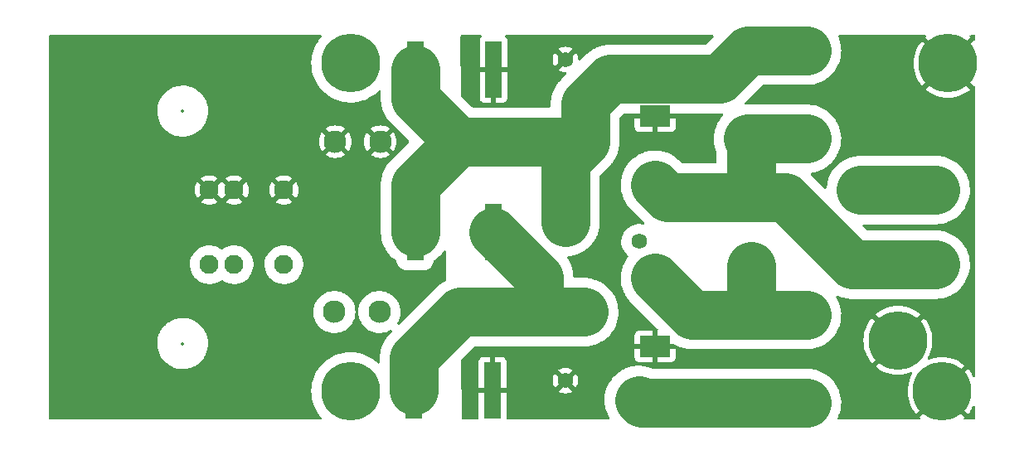
<source format=gtl>
%TF.GenerationSoftware,KiCad,Pcbnew,(6.0.7)*%
%TF.CreationDate,2024-06-28T14:52:28+05:30*%
%TF.ProjectId,JT48VSPD_EXT,4a543438-5653-4504-945f-4558542e6b69,rev?*%
%TF.SameCoordinates,Original*%
%TF.FileFunction,Copper,L1,Top*%
%TF.FilePolarity,Positive*%
%FSLAX46Y46*%
G04 Gerber Fmt 4.6, Leading zero omitted, Abs format (unit mm)*
G04 Created by KiCad (PCBNEW (6.0.7)) date 2024-06-28 14:52:28*
%MOMM*%
%LPD*%
G01*
G04 APERTURE LIST*
%TA.AperFunction,ComponentPad*%
%ADD10C,1.590000*%
%TD*%
%TA.AperFunction,SMDPad,CuDef*%
%ADD11R,1.800000X5.800000*%
%TD*%
%TA.AperFunction,ComponentPad*%
%ADD12C,3.000000*%
%TD*%
%TA.AperFunction,ComponentPad*%
%ADD13R,3.000000X3.000000*%
%TD*%
%TA.AperFunction,ComponentPad*%
%ADD14C,2.300000*%
%TD*%
%TA.AperFunction,ComponentPad*%
%ADD15C,1.950000*%
%TD*%
%TA.AperFunction,ConnectorPad*%
%ADD16C,6.000000*%
%TD*%
%TA.AperFunction,ComponentPad*%
%ADD17C,3.400000*%
%TD*%
%TA.AperFunction,SMDPad,CuDef*%
%ADD18R,3.150000X2.200000*%
%TD*%
%TA.AperFunction,Conductor*%
%ADD19C,5.000000*%
%TD*%
%ADD20C,0.350000*%
G04 APERTURE END LIST*
D10*
%TO.P,RV1,1*%
%TO.N,Earth*%
X110750000Y-64600000D03*
%TO.P,RV1,2*%
%TO.N,Net-(F1-Pad2)*%
X118250000Y-66600000D03*
%TD*%
D11*
%TO.P,GD2,1*%
%TO.N,Net-(F2-Pad2)*%
X103400000Y-82200000D03*
%TO.P,GD2,3*%
%TO.N,Net-(F1-Pad2)*%
X95400000Y-82200000D03*
%TD*%
D10*
%TO.P,RV3,1*%
%TO.N,Net-(F2-Pad2)*%
X118250000Y-99400000D03*
%TO.P,RV3,2*%
%TO.N,Earth*%
X110750000Y-97400000D03*
%TD*%
D12*
%TO.P,L2,1,1*%
%TO.N,Net-(F2-Pad2)*%
X132400000Y-99700000D03*
X135400000Y-99700000D03*
D13*
X129400000Y-99700000D03*
D12*
%TO.P,L2,2,2*%
%TO.N,Net-(D2-Pad1)*%
X129400000Y-90700000D03*
X135400000Y-90700000D03*
X132400000Y-90700000D03*
%TD*%
D11*
%TO.P,GD1,1*%
%TO.N,Net-(F1-Pad2)*%
X95400000Y-65600000D03*
%TO.P,GD1,3*%
%TO.N,Earth*%
X103400000Y-65600000D03*
%TD*%
D14*
%TO.P,F2,1*%
%TO.N,Net-(F2-Pad1)*%
X87150000Y-90400000D03*
X91750000Y-90400000D03*
%TO.P,F2,2*%
%TO.N,Net-(F2-Pad2)*%
X108050000Y-90400000D03*
X112650000Y-90400000D03*
%TD*%
D15*
%TO.P,J1,1_1,1_1*%
%TO.N,Net-(F1-Pad1)*%
X82002500Y-77940000D03*
%TO.P,J1,1_2,1_2*%
X76922500Y-77940000D03*
%TO.P,J1,1_3,1_3*%
X74382500Y-77940000D03*
%TO.P,J1,2_1,2_1*%
%TO.N,Net-(F2-Pad1)*%
X82002500Y-85560000D03*
%TO.P,J1,2_2,2_2*%
X76922500Y-85560000D03*
%TO.P,J1,2_3,2_3*%
X74382500Y-85560000D03*
%TD*%
D10*
%TO.P,RV2,1*%
%TO.N,Net-(F1-Pad2)*%
X110750000Y-81200000D03*
%TO.P,RV2,2*%
%TO.N,Net-(F2-Pad2)*%
X118250000Y-83200000D03*
%TD*%
D11*
%TO.P,GD3,1*%
%TO.N,Earth*%
X103300000Y-98400000D03*
%TO.P,GD3,3*%
%TO.N,Net-(F2-Pad2)*%
X95300000Y-98400000D03*
%TD*%
D16*
%TO.P,H5,1,1*%
%TO.N,Earth*%
X144700000Y-93300000D03*
D17*
X144700000Y-93300000D03*
%TD*%
D16*
%TO.P,H3,1,1*%
%TO.N,Earth*%
X149800000Y-65000000D03*
D17*
X149800000Y-65000000D03*
%TD*%
%TO.P,H4,1,1*%
%TO.N,Earth*%
X149200000Y-98500000D03*
D16*
X149200000Y-98500000D03*
%TD*%
D14*
%TO.P,F1,1*%
%TO.N,Net-(F1-Pad1)*%
X87250000Y-73000000D03*
X91850000Y-73000000D03*
%TO.P,F1,2*%
%TO.N,Net-(F1-Pad2)*%
X112750000Y-73000000D03*
X108150000Y-73000000D03*
%TD*%
D18*
%TO.P,D1,1,A1*%
%TO.N,Net-(D1-Pad1)*%
X119900000Y-77400000D03*
%TO.P,D1,2,A2*%
%TO.N,Earth*%
X119900000Y-70400000D03*
%TD*%
D13*
%TO.P,L1,1,1*%
%TO.N,Net-(F1-Pad2)*%
X135400000Y-63700000D03*
D12*
X132400000Y-63700000D03*
X129400000Y-63700000D03*
%TO.P,L1,2,2*%
%TO.N,Net-(D1-Pad1)*%
X132400000Y-72700000D03*
X135400000Y-72700000D03*
X129400000Y-72700000D03*
%TD*%
D18*
%TO.P,D2,1,A1*%
%TO.N,Net-(D2-Pad1)*%
X129700000Y-85700000D03*
%TO.P,D2,2,A2*%
%TO.N,Net-(D1-Pad1)*%
X129700000Y-78700000D03*
%TD*%
D17*
%TO.P,H2,1,1*%
%TO.N,unconnected-(H2-Pad1)*%
X88800000Y-98500000D03*
D16*
X88800000Y-98500000D03*
%TD*%
D15*
%TO.P,J2,1_1,1_1*%
%TO.N,Net-(D1-Pad1)*%
X140917500Y-85560000D03*
%TO.P,J2,1_2,1_2*%
X145997500Y-85560000D03*
%TO.P,J2,1_3,1_3*%
X148537500Y-85560000D03*
%TO.P,J2,2_1,2_1*%
%TO.N,Net-(D2-Pad1)*%
X140917500Y-77940000D03*
%TO.P,J2,2_2,2_2*%
X145997500Y-77940000D03*
%TO.P,J2,2_3,2_3*%
X148537500Y-77940000D03*
%TD*%
D17*
%TO.P,H1,1,1*%
%TO.N,unconnected-(H1-Pad1)*%
X88800000Y-65000000D03*
D16*
X88800000Y-65000000D03*
%TD*%
D18*
%TO.P,D3,1,A1*%
%TO.N,Earth*%
X119900000Y-93900000D03*
%TO.P,D3,2,A2*%
%TO.N,Net-(D2-Pad1)*%
X119900000Y-86900000D03*
%TD*%
D19*
%TO.N,Net-(D1-Pad1)*%
X129700000Y-78700000D02*
X121200000Y-78700000D01*
X129700000Y-78700000D02*
X133200000Y-78700000D01*
X129700000Y-78700000D02*
X129700000Y-73000000D01*
X129700000Y-73000000D02*
X129400000Y-72700000D01*
X140060000Y-85560000D02*
X140917500Y-85560000D01*
X129400000Y-72700000D02*
X135400000Y-72700000D01*
X121200000Y-78700000D02*
X119900000Y-77400000D01*
X140917500Y-85560000D02*
X148537500Y-85560000D01*
X133200000Y-78700000D02*
X140060000Y-85560000D01*
%TO.N,Net-(D2-Pad1)*%
X119900000Y-86900000D02*
X122000000Y-89000000D01*
X135400000Y-90700000D02*
X129400000Y-90700000D01*
X129400000Y-90700000D02*
X123700000Y-90700000D01*
X148537500Y-77940000D02*
X140917500Y-77940000D01*
X129700000Y-85700000D02*
X129700000Y-90400000D01*
X129700000Y-90400000D02*
X129400000Y-90700000D01*
X123700000Y-90700000D02*
X119900000Y-86900000D01*
%TO.N,Net-(F1-Pad2)*%
X95400000Y-65600000D02*
X95400000Y-68600000D01*
X95400000Y-68600000D02*
X99800000Y-73000000D01*
X95400000Y-77400000D02*
X99800000Y-73000000D01*
X112750000Y-69150000D02*
X112750000Y-73000000D01*
X129400000Y-63700000D02*
X126500000Y-66600000D01*
X135400000Y-63700000D02*
X129400000Y-63700000D01*
X118250000Y-66600000D02*
X115300000Y-66600000D01*
X115300000Y-66600000D02*
X112750000Y-69150000D01*
X110750000Y-75000000D02*
X112750000Y-73000000D01*
X110750000Y-81200000D02*
X110750000Y-75000000D01*
X95400000Y-82200000D02*
X95400000Y-77400000D01*
X126500000Y-66600000D02*
X118250000Y-66600000D01*
X99800000Y-73000000D02*
X112750000Y-73000000D01*
%TO.N,Net-(F2-Pad2)*%
X118550000Y-99700000D02*
X118250000Y-99400000D01*
X95300000Y-95100000D02*
X100000000Y-90400000D01*
X95300000Y-98400000D02*
X95300000Y-95100000D01*
X135400000Y-99700000D02*
X118550000Y-99700000D01*
X108050000Y-86850000D02*
X103400000Y-82200000D01*
X108050000Y-90400000D02*
X108050000Y-86850000D01*
X100000000Y-90400000D02*
X108050000Y-90400000D01*
X112650000Y-90400000D02*
X108050000Y-90400000D01*
%TD*%
%TA.AperFunction,Conductor*%
%TO.N,Net-(F1-Pad1)*%
G36*
X85812347Y-62120502D02*
G01*
X85858840Y-62174158D01*
X85868944Y-62244432D01*
X85836676Y-62312109D01*
X85731743Y-62425427D01*
X85729888Y-62427871D01*
X85527751Y-62694177D01*
X85495152Y-62737124D01*
X85290107Y-63070420D01*
X85118564Y-63422135D01*
X84982162Y-63788910D01*
X84882201Y-64167246D01*
X84819637Y-64553531D01*
X84795065Y-64944077D01*
X84808722Y-65335157D01*
X84860477Y-65723038D01*
X84949834Y-66104017D01*
X84950823Y-66106923D01*
X84950825Y-66106929D01*
X85074950Y-66471543D01*
X85074955Y-66471555D01*
X85075943Y-66474458D01*
X85237598Y-66830826D01*
X85433258Y-67169717D01*
X85435047Y-67172216D01*
X85435049Y-67172219D01*
X85633352Y-67449206D01*
X85661053Y-67487899D01*
X85663080Y-67490214D01*
X85663082Y-67490217D01*
X85743031Y-67581542D01*
X85918810Y-67782333D01*
X86204069Y-68050208D01*
X86514107Y-68288969D01*
X86516710Y-68290596D01*
X86516715Y-68290599D01*
X86604727Y-68345595D01*
X86845964Y-68496337D01*
X87196472Y-68670331D01*
X87562287Y-68809290D01*
X87939915Y-68911890D01*
X87942958Y-68912405D01*
X87942964Y-68912406D01*
X88322713Y-68976636D01*
X88322720Y-68976637D01*
X88325754Y-68977150D01*
X88328825Y-68977365D01*
X88328827Y-68977365D01*
X88713053Y-69004233D01*
X88713061Y-69004233D01*
X88716119Y-69004447D01*
X88969704Y-68997363D01*
X89104211Y-68993606D01*
X89104214Y-68993606D01*
X89107285Y-68993520D01*
X89110338Y-68993134D01*
X89110342Y-68993134D01*
X89300170Y-68969153D01*
X89495517Y-68944475D01*
X89498521Y-68943793D01*
X89498524Y-68943792D01*
X89874115Y-68858460D01*
X89874121Y-68858458D01*
X89877111Y-68857779D01*
X90022875Y-68809290D01*
X90245500Y-68735233D01*
X90245506Y-68735231D01*
X90248424Y-68734260D01*
X90323846Y-68700680D01*
X90603111Y-68576343D01*
X90603117Y-68576340D01*
X90605911Y-68575096D01*
X90642327Y-68554409D01*
X90943492Y-68383324D01*
X90943498Y-68383320D01*
X90946160Y-68381808D01*
X91241132Y-68173728D01*
X91263401Y-68158019D01*
X91263404Y-68158017D01*
X91265924Y-68156239D01*
X91562150Y-67900544D01*
X91564271Y-67898317D01*
X91564277Y-67898311D01*
X91636553Y-67822413D01*
X91682255Y-67774422D01*
X91743716Y-67738885D01*
X91814635Y-67742218D01*
X91872493Y-67783363D01*
X91898922Y-67849257D01*
X91899500Y-67861314D01*
X91899500Y-68478072D01*
X91899216Y-68486532D01*
X91894874Y-68551056D01*
X91899403Y-68666329D01*
X91899500Y-68671276D01*
X91899500Y-68693239D01*
X91899590Y-68694923D01*
X91903108Y-68760943D01*
X91903190Y-68762691D01*
X91909519Y-68923803D01*
X91910005Y-68927113D01*
X91910007Y-68927137D01*
X91912230Y-68942280D01*
X91913387Y-68953869D01*
X91914380Y-68972505D01*
X91914912Y-68975806D01*
X91914912Y-68975809D01*
X91940020Y-69131690D01*
X91940283Y-69133404D01*
X91963691Y-69292882D01*
X91968132Y-69310117D01*
X91968352Y-69310971D01*
X91970733Y-69322373D01*
X91973700Y-69340792D01*
X91974582Y-69344029D01*
X91974584Y-69344036D01*
X92016107Y-69496339D01*
X92016558Y-69498040D01*
X92047670Y-69618775D01*
X92056776Y-69654114D01*
X92057954Y-69657256D01*
X92063325Y-69671584D01*
X92066906Y-69682671D01*
X92070933Y-69697444D01*
X92070938Y-69697459D01*
X92071819Y-69700691D01*
X92073041Y-69703818D01*
X92073042Y-69703820D01*
X92130530Y-69850887D01*
X92131159Y-69852531D01*
X92187720Y-70003410D01*
X92189224Y-70006407D01*
X92189225Y-70006409D01*
X92196091Y-70020091D01*
X92200828Y-70030730D01*
X92206404Y-70044994D01*
X92206408Y-70045003D01*
X92207628Y-70048124D01*
X92209175Y-70051102D01*
X92281933Y-70191168D01*
X92282732Y-70192732D01*
X92355040Y-70336814D01*
X92356848Y-70339625D01*
X92356851Y-70339630D01*
X92365142Y-70352520D01*
X92370984Y-70362597D01*
X92379587Y-70379159D01*
X92381440Y-70381953D01*
X92468664Y-70513485D01*
X92469620Y-70514949D01*
X92556842Y-70650551D01*
X92558943Y-70653159D01*
X92558947Y-70653165D01*
X92568554Y-70665093D01*
X92575434Y-70674494D01*
X92583890Y-70687246D01*
X92583904Y-70687265D01*
X92585749Y-70690047D01*
X92587884Y-70692623D01*
X92587892Y-70692634D01*
X92688618Y-70814174D01*
X92689699Y-70815495D01*
X92790840Y-70941065D01*
X92794958Y-70945412D01*
X92804933Y-70955387D01*
X92812852Y-70964082D01*
X92821628Y-70974672D01*
X92821642Y-70974687D01*
X92823780Y-70977267D01*
X92940622Y-71091090D01*
X92941726Y-71092180D01*
X94760451Y-72910905D01*
X94794477Y-72973217D01*
X94789412Y-73044032D01*
X94760451Y-73089095D01*
X93010999Y-74838547D01*
X93004816Y-74844329D01*
X92956110Y-74886893D01*
X92953835Y-74889354D01*
X92953832Y-74889357D01*
X92877777Y-74971633D01*
X92874347Y-74975199D01*
X92858843Y-74990703D01*
X92857734Y-74991937D01*
X92857731Y-74991940D01*
X92813517Y-75041130D01*
X92812333Y-75042429D01*
X92720803Y-75141446D01*
X92702894Y-75160820D01*
X92700889Y-75163515D01*
X92691746Y-75175803D01*
X92684367Y-75184818D01*
X92671894Y-75198695D01*
X92669932Y-75201411D01*
X92577475Y-75329370D01*
X92576434Y-75330789D01*
X92482230Y-75457403D01*
X92482225Y-75457411D01*
X92480221Y-75460104D01*
X92471482Y-75474910D01*
X92470732Y-75476181D01*
X92464353Y-75485928D01*
X92455388Y-75498335D01*
X92455378Y-75498351D01*
X92453421Y-75501059D01*
X92410463Y-75576220D01*
X92373436Y-75641004D01*
X92372555Y-75642521D01*
X92290612Y-75781355D01*
X92289226Y-75784404D01*
X92289222Y-75784411D01*
X92282884Y-75798350D01*
X92277580Y-75808714D01*
X92269985Y-75822004D01*
X92269981Y-75822012D01*
X92268315Y-75824927D01*
X92203656Y-75972576D01*
X92202939Y-75974182D01*
X92136214Y-76120936D01*
X92135158Y-76124119D01*
X92135157Y-76124122D01*
X92130335Y-76138658D01*
X92126164Y-76149525D01*
X92118674Y-76166630D01*
X92117666Y-76169818D01*
X92117662Y-76169828D01*
X92070082Y-76320276D01*
X92069540Y-76321949D01*
X92019832Y-76471813D01*
X92018775Y-76475001D01*
X92018065Y-76478273D01*
X92018060Y-76478290D01*
X92014813Y-76493246D01*
X92011817Y-76504508D01*
X92007201Y-76519103D01*
X92006190Y-76522301D01*
X92005524Y-76525589D01*
X91974200Y-76680240D01*
X91973839Y-76681961D01*
X91939625Y-76839542D01*
X91939266Y-76842876D01*
X91939265Y-76842881D01*
X91937625Y-76858106D01*
X91935844Y-76869614D01*
X91932138Y-76887910D01*
X91923091Y-76984517D01*
X91917110Y-77048377D01*
X91916934Y-77050126D01*
X91912466Y-77091593D01*
X91899662Y-77210428D01*
X91899500Y-77216414D01*
X91899500Y-77230539D01*
X91898951Y-77242287D01*
X91897356Y-77259319D01*
X91897400Y-77262684D01*
X91897400Y-77262685D01*
X91899489Y-77422255D01*
X91899500Y-77423904D01*
X91899500Y-82293239D01*
X91914380Y-82572505D01*
X91973700Y-82940792D01*
X92071819Y-83300691D01*
X92207628Y-83648124D01*
X92209177Y-83651106D01*
X92342284Y-83907347D01*
X92379587Y-83979159D01*
X92585749Y-84290047D01*
X92587884Y-84292623D01*
X92821638Y-84574683D01*
X92821643Y-84574689D01*
X92823780Y-84577267D01*
X92826187Y-84579611D01*
X92826189Y-84579614D01*
X93088583Y-84835227D01*
X93088592Y-84835235D01*
X93090985Y-84837566D01*
X93384337Y-85067998D01*
X93387178Y-85069777D01*
X93387187Y-85069783D01*
X93444752Y-85105823D01*
X93491877Y-85158925D01*
X93503391Y-85201418D01*
X93510234Y-85278087D01*
X93566259Y-85473470D01*
X93660427Y-85653596D01*
X93664458Y-85658539D01*
X93664459Y-85658540D01*
X93757716Y-85772885D01*
X93788891Y-85811109D01*
X93946404Y-85939573D01*
X94126530Y-86033741D01*
X94321913Y-86089766D01*
X94353545Y-86092589D01*
X94439391Y-86100251D01*
X94439397Y-86100251D01*
X94442184Y-86100500D01*
X96357816Y-86100500D01*
X96360603Y-86100251D01*
X96360609Y-86100251D01*
X96446455Y-86092589D01*
X96478087Y-86089766D01*
X96673470Y-86033741D01*
X96853596Y-85939573D01*
X97011109Y-85811109D01*
X97042284Y-85772885D01*
X97135541Y-85658540D01*
X97135542Y-85658539D01*
X97139573Y-85653596D01*
X97233741Y-85473470D01*
X97289766Y-85278087D01*
X97296732Y-85200035D01*
X97322710Y-85133962D01*
X97349872Y-85108086D01*
X97353098Y-85105823D01*
X97563000Y-84958576D01*
X97843890Y-84713107D01*
X98097106Y-84439180D01*
X98313787Y-84147950D01*
X98370495Y-84105238D01*
X98441296Y-84099965D01*
X98503707Y-84133807D01*
X98537915Y-84196019D01*
X98540874Y-84223467D01*
X98537630Y-85563222D01*
X98533810Y-87140783D01*
X98513643Y-87208855D01*
X98465893Y-87252292D01*
X98408832Y-87281933D01*
X98407268Y-87282732D01*
X98263186Y-87355040D01*
X98260375Y-87356848D01*
X98260370Y-87356851D01*
X98247480Y-87365142D01*
X98237403Y-87370984D01*
X98220841Y-87379587D01*
X98185824Y-87402808D01*
X98086515Y-87468664D01*
X98085051Y-87469620D01*
X97949449Y-87556842D01*
X97946841Y-87558943D01*
X97946835Y-87558947D01*
X97934907Y-87568554D01*
X97925506Y-87575434D01*
X97912754Y-87583890D01*
X97912735Y-87583904D01*
X97909953Y-87585749D01*
X97907377Y-87587884D01*
X97907366Y-87587892D01*
X97785850Y-87688598D01*
X97784487Y-87689712D01*
X97660918Y-87789241D01*
X97660907Y-87789251D01*
X97658935Y-87790839D01*
X97654588Y-87794958D01*
X97644613Y-87804933D01*
X97635918Y-87812852D01*
X97625328Y-87821628D01*
X97625313Y-87821642D01*
X97622733Y-87823780D01*
X97508910Y-87940622D01*
X97507820Y-87941726D01*
X93798848Y-91650698D01*
X93736536Y-91684724D01*
X93665721Y-91679659D01*
X93608885Y-91637112D01*
X93584074Y-91570592D01*
X93599022Y-91501481D01*
X93707831Y-91301080D01*
X93707832Y-91301078D01*
X93709881Y-91297304D01*
X93813526Y-91023015D01*
X93878987Y-90737198D01*
X93905052Y-90445142D01*
X93905525Y-90400000D01*
X93903695Y-90373158D01*
X93885874Y-90111739D01*
X93885873Y-90111733D01*
X93885582Y-90107462D01*
X93826121Y-89820337D01*
X93728243Y-89543938D01*
X93593759Y-89283380D01*
X93425158Y-89043484D01*
X93422233Y-89040336D01*
X93228479Y-88831833D01*
X93228476Y-88831831D01*
X93225558Y-88828690D01*
X92998655Y-88642972D01*
X92748646Y-88489766D01*
X92480158Y-88371908D01*
X92453707Y-88364373D01*
X92202287Y-88292754D01*
X92202288Y-88292754D01*
X92198159Y-88291578D01*
X91981375Y-88260726D01*
X91912119Y-88250869D01*
X91912117Y-88250869D01*
X91907867Y-88250264D01*
X91903578Y-88250242D01*
X91903571Y-88250241D01*
X91618939Y-88248750D01*
X91618932Y-88248750D01*
X91614653Y-88248728D01*
X91610408Y-88249287D01*
X91610406Y-88249287D01*
X91545086Y-88257887D01*
X91323945Y-88287001D01*
X91041120Y-88364373D01*
X90771412Y-88479413D01*
X90767731Y-88481616D01*
X90523495Y-88627788D01*
X90523491Y-88627791D01*
X90519813Y-88629992D01*
X90290977Y-88813324D01*
X90089139Y-89026017D01*
X89918035Y-89264134D01*
X89780830Y-89523269D01*
X89680063Y-89798628D01*
X89617599Y-90085114D01*
X89594593Y-90377428D01*
X89611472Y-90670159D01*
X89612297Y-90674364D01*
X89612298Y-90674372D01*
X89652343Y-90878481D01*
X89667923Y-90957891D01*
X89669310Y-90961942D01*
X89747120Y-91189206D01*
X89762901Y-91235300D01*
X89764827Y-91239129D01*
X89890067Y-91488140D01*
X89894649Y-91497251D01*
X89936705Y-91558443D01*
X90024731Y-91686522D01*
X90060729Y-91738900D01*
X90258068Y-91955772D01*
X90261357Y-91958522D01*
X90479722Y-92141104D01*
X90479727Y-92141108D01*
X90483014Y-92143856D01*
X90513620Y-92163055D01*
X90727765Y-92297389D01*
X90727769Y-92297391D01*
X90731405Y-92299672D01*
X90735315Y-92301437D01*
X90735316Y-92301438D01*
X90994732Y-92418569D01*
X90994736Y-92418571D01*
X90998644Y-92420335D01*
X91002764Y-92421555D01*
X91002763Y-92421555D01*
X91275674Y-92502395D01*
X91275678Y-92502396D01*
X91279787Y-92503613D01*
X91284021Y-92504261D01*
X91284026Y-92504262D01*
X91565388Y-92547316D01*
X91565390Y-92547316D01*
X91569630Y-92547965D01*
X91718874Y-92550310D01*
X91858520Y-92552504D01*
X91858526Y-92552504D01*
X91862811Y-92552571D01*
X92153905Y-92517345D01*
X92437525Y-92442939D01*
X92708422Y-92330729D01*
X92852406Y-92246592D01*
X92921313Y-92229493D01*
X92988525Y-92252362D01*
X93032704Y-92307939D01*
X93039822Y-92378578D01*
X93005071Y-92444475D01*
X92910999Y-92538547D01*
X92904816Y-92544329D01*
X92856110Y-92586893D01*
X92853835Y-92589354D01*
X92853832Y-92589357D01*
X92777777Y-92671633D01*
X92774347Y-92675199D01*
X92758843Y-92690703D01*
X92757734Y-92691937D01*
X92757731Y-92691940D01*
X92713517Y-92741130D01*
X92712333Y-92742429D01*
X92620803Y-92841446D01*
X92602894Y-92860820D01*
X92600889Y-92863515D01*
X92591746Y-92875803D01*
X92584367Y-92884818D01*
X92571894Y-92898695D01*
X92569932Y-92901411D01*
X92477475Y-93029370D01*
X92476434Y-93030789D01*
X92382230Y-93157403D01*
X92382225Y-93157411D01*
X92380221Y-93160104D01*
X92371482Y-93174910D01*
X92370732Y-93176181D01*
X92364353Y-93185928D01*
X92355388Y-93198335D01*
X92355378Y-93198351D01*
X92353421Y-93201059D01*
X92319032Y-93261228D01*
X92273436Y-93341004D01*
X92272555Y-93342521D01*
X92190612Y-93481355D01*
X92189226Y-93484404D01*
X92189222Y-93484411D01*
X92182884Y-93498350D01*
X92177580Y-93508714D01*
X92169985Y-93522004D01*
X92169981Y-93522012D01*
X92168315Y-93524927D01*
X92108452Y-93661624D01*
X92103656Y-93672576D01*
X92102939Y-93674182D01*
X92036214Y-93820936D01*
X92035158Y-93824119D01*
X92035157Y-93824122D01*
X92030335Y-93838658D01*
X92026164Y-93849525D01*
X92018674Y-93866630D01*
X92017666Y-93869818D01*
X92017662Y-93869828D01*
X91970082Y-94020276D01*
X91969540Y-94021949D01*
X91919832Y-94171813D01*
X91918775Y-94175001D01*
X91918065Y-94178273D01*
X91918060Y-94178290D01*
X91914813Y-94193246D01*
X91911817Y-94204508D01*
X91910147Y-94209789D01*
X91906190Y-94222301D01*
X91905524Y-94225589D01*
X91874200Y-94380240D01*
X91873839Y-94381961D01*
X91844501Y-94517086D01*
X91839625Y-94539542D01*
X91839266Y-94542876D01*
X91839265Y-94542881D01*
X91837625Y-94558106D01*
X91835844Y-94569614D01*
X91832138Y-94587910D01*
X91823996Y-94674855D01*
X91817110Y-94748377D01*
X91816934Y-94750126D01*
X91810594Y-94808966D01*
X91799662Y-94910428D01*
X91799500Y-94916414D01*
X91799500Y-94930539D01*
X91798951Y-94942287D01*
X91797356Y-94959319D01*
X91797400Y-94962684D01*
X91797400Y-94962685D01*
X91799489Y-95122255D01*
X91799500Y-95123904D01*
X91799500Y-95535793D01*
X91779498Y-95603914D01*
X91725842Y-95650407D01*
X91655568Y-95660511D01*
X91588538Y-95628838D01*
X91353090Y-95413844D01*
X91039749Y-95179435D01*
X90986075Y-95146929D01*
X90707658Y-94978313D01*
X90707649Y-94978308D01*
X90705030Y-94976722D01*
X90352126Y-94807638D01*
X90349237Y-94806586D01*
X90349231Y-94806584D01*
X89987306Y-94674855D01*
X89987303Y-94674854D01*
X89984407Y-94673800D01*
X89662884Y-94591247D01*
X89608366Y-94577249D01*
X89608363Y-94577248D01*
X89605382Y-94576483D01*
X89218670Y-94516617D01*
X89215613Y-94516446D01*
X89215612Y-94516446D01*
X89183452Y-94514648D01*
X88827962Y-94494773D01*
X88824883Y-94494902D01*
X88824880Y-94494902D01*
X88568770Y-94505636D01*
X88436987Y-94511159D01*
X88433943Y-94511587D01*
X88433941Y-94511587D01*
X88412161Y-94514648D01*
X88049477Y-94565620D01*
X87669131Y-94657636D01*
X87299579Y-94786327D01*
X87296781Y-94787620D01*
X86947146Y-94949174D01*
X86947136Y-94949179D01*
X86944349Y-94950467D01*
X86835829Y-95014135D01*
X86609486Y-95146929D01*
X86609481Y-95146932D01*
X86606831Y-95148487D01*
X86602767Y-95151440D01*
X86292730Y-95376694D01*
X86292721Y-95376701D01*
X86290248Y-95378498D01*
X86287958Y-95380531D01*
X86287952Y-95380536D01*
X86036356Y-95603914D01*
X85997621Y-95638305D01*
X85995532Y-95640561D01*
X85888392Y-95756262D01*
X85731743Y-95925427D01*
X85495152Y-96237124D01*
X85290107Y-96570420D01*
X85118564Y-96922135D01*
X84982162Y-97288910D01*
X84882201Y-97667246D01*
X84819637Y-98053531D01*
X84795065Y-98444077D01*
X84808722Y-98835157D01*
X84860477Y-99223038D01*
X84949834Y-99604017D01*
X84950823Y-99606923D01*
X84950825Y-99606929D01*
X85074950Y-99971543D01*
X85074955Y-99971555D01*
X85075943Y-99974458D01*
X85237598Y-100330826D01*
X85433258Y-100669717D01*
X85435047Y-100672216D01*
X85435049Y-100672219D01*
X85609095Y-100915324D01*
X85661053Y-100987899D01*
X85820777Y-101170350D01*
X85838421Y-101190505D01*
X85868242Y-101254935D01*
X85858495Y-101325260D01*
X85812275Y-101379151D01*
X85743617Y-101399500D01*
X58126500Y-101399500D01*
X58058379Y-101379498D01*
X58011886Y-101325842D01*
X58000500Y-101273500D01*
X58000500Y-93665471D01*
X69057455Y-93665471D01*
X69082414Y-93982607D01*
X69145836Y-94294338D01*
X69246776Y-94596016D01*
X69248425Y-94599474D01*
X69248427Y-94599478D01*
X69343747Y-94799320D01*
X69383729Y-94883143D01*
X69554653Y-95151440D01*
X69757000Y-95396907D01*
X69987754Y-95615884D01*
X70243475Y-95805108D01*
X70327353Y-95852564D01*
X70516992Y-95959857D01*
X70516996Y-95959859D01*
X70520349Y-95961756D01*
X70814251Y-96083494D01*
X70915583Y-96111596D01*
X71117082Y-96167477D01*
X71117090Y-96167479D01*
X71120798Y-96168507D01*
X71435421Y-96215528D01*
X71438719Y-96215672D01*
X71547927Y-96220440D01*
X71547932Y-96220440D01*
X71549304Y-96220500D01*
X71743299Y-96220500D01*
X71980024Y-96206021D01*
X71983807Y-96205320D01*
X71983814Y-96205319D01*
X72182431Y-96168507D01*
X72292813Y-96148049D01*
X72502232Y-96082020D01*
X72592535Y-96053548D01*
X72592538Y-96053547D01*
X72596207Y-96052390D01*
X72599704Y-96050796D01*
X72599710Y-96050794D01*
X72882173Y-95922068D01*
X72882177Y-95922066D01*
X72885681Y-95920469D01*
X73070834Y-95807007D01*
X73153642Y-95756262D01*
X73153645Y-95756260D01*
X73156920Y-95754253D01*
X73159924Y-95751863D01*
X73159929Y-95751860D01*
X73402870Y-95558616D01*
X73405881Y-95556221D01*
X73628852Y-95329324D01*
X73631194Y-95326272D01*
X73820174Y-95079989D01*
X73820179Y-95079981D01*
X73822509Y-95076945D01*
X73934757Y-94886386D01*
X73982013Y-94806162D01*
X73982015Y-94806159D01*
X73983966Y-94802846D01*
X74110815Y-94511114D01*
X74115605Y-94494945D01*
X74200071Y-94209789D01*
X74201165Y-94206097D01*
X74253669Y-93892343D01*
X74267545Y-93574529D01*
X74242586Y-93257393D01*
X74179164Y-92945662D01*
X74078224Y-92643984D01*
X74049940Y-92584684D01*
X73942924Y-92360322D01*
X73942922Y-92360318D01*
X73941271Y-92356857D01*
X73770347Y-92088560D01*
X73568000Y-91843093D01*
X73337246Y-91624116D01*
X73081525Y-91434892D01*
X72881180Y-91321542D01*
X72808008Y-91280143D01*
X72808004Y-91280141D01*
X72804651Y-91278244D01*
X72510749Y-91156506D01*
X72409417Y-91128404D01*
X72207918Y-91072523D01*
X72207910Y-91072521D01*
X72204202Y-91071493D01*
X71889579Y-91024472D01*
X71886281Y-91024328D01*
X71777073Y-91019560D01*
X71777068Y-91019560D01*
X71775696Y-91019500D01*
X71581701Y-91019500D01*
X71344976Y-91033979D01*
X71341193Y-91034680D01*
X71341186Y-91034681D01*
X71188581Y-91062965D01*
X71032187Y-91091951D01*
X70852497Y-91148606D01*
X70732465Y-91186452D01*
X70732462Y-91186453D01*
X70728793Y-91187610D01*
X70725296Y-91189204D01*
X70725290Y-91189206D01*
X70442827Y-91317932D01*
X70442823Y-91317934D01*
X70439319Y-91319531D01*
X70436040Y-91321541D01*
X70436037Y-91321542D01*
X70247326Y-91437185D01*
X70168080Y-91485747D01*
X70165076Y-91488137D01*
X70165071Y-91488140D01*
X69977788Y-91637112D01*
X69919119Y-91683779D01*
X69916427Y-91686518D01*
X69916423Y-91686522D01*
X69840225Y-91764062D01*
X69696148Y-91910676D01*
X69693807Y-91913727D01*
X69693806Y-91913728D01*
X69504826Y-92160011D01*
X69504821Y-92160019D01*
X69502491Y-92163055D01*
X69463356Y-92229493D01*
X69350223Y-92421555D01*
X69341034Y-92437154D01*
X69214185Y-92728886D01*
X69213091Y-92732580D01*
X69213089Y-92732585D01*
X69210173Y-92742429D01*
X69123835Y-93033903D01*
X69071331Y-93347657D01*
X69057455Y-93665471D01*
X58000500Y-93665471D01*
X58000500Y-90377428D01*
X84994593Y-90377428D01*
X85011472Y-90670159D01*
X85012297Y-90674364D01*
X85012298Y-90674372D01*
X85052343Y-90878481D01*
X85067923Y-90957891D01*
X85069310Y-90961942D01*
X85147120Y-91189206D01*
X85162901Y-91235300D01*
X85164827Y-91239129D01*
X85290067Y-91488140D01*
X85294649Y-91497251D01*
X85336705Y-91558443D01*
X85424731Y-91686522D01*
X85460729Y-91738900D01*
X85658068Y-91955772D01*
X85661357Y-91958522D01*
X85879722Y-92141104D01*
X85879727Y-92141108D01*
X85883014Y-92143856D01*
X85913620Y-92163055D01*
X86127765Y-92297389D01*
X86127769Y-92297391D01*
X86131405Y-92299672D01*
X86135315Y-92301437D01*
X86135316Y-92301438D01*
X86394732Y-92418569D01*
X86394736Y-92418571D01*
X86398644Y-92420335D01*
X86402764Y-92421555D01*
X86402763Y-92421555D01*
X86675674Y-92502395D01*
X86675678Y-92502396D01*
X86679787Y-92503613D01*
X86684021Y-92504261D01*
X86684026Y-92504262D01*
X86965388Y-92547316D01*
X86965390Y-92547316D01*
X86969630Y-92547965D01*
X87118874Y-92550310D01*
X87258520Y-92552504D01*
X87258526Y-92552504D01*
X87262811Y-92552571D01*
X87553905Y-92517345D01*
X87837525Y-92442939D01*
X88108422Y-92330729D01*
X88361585Y-92182793D01*
X88408332Y-92146139D01*
X88588956Y-92004511D01*
X88592328Y-92001867D01*
X88796381Y-91791300D01*
X88969970Y-91554988D01*
X89109881Y-91297304D01*
X89213526Y-91023015D01*
X89278987Y-90737198D01*
X89305052Y-90445142D01*
X89305525Y-90400000D01*
X89303695Y-90373158D01*
X89285874Y-90111739D01*
X89285873Y-90111733D01*
X89285582Y-90107462D01*
X89226121Y-89820337D01*
X89128243Y-89543938D01*
X88993759Y-89283380D01*
X88825158Y-89043484D01*
X88822233Y-89040336D01*
X88628479Y-88831833D01*
X88628476Y-88831831D01*
X88625558Y-88828690D01*
X88398655Y-88642972D01*
X88148646Y-88489766D01*
X87880158Y-88371908D01*
X87853707Y-88364373D01*
X87602287Y-88292754D01*
X87602288Y-88292754D01*
X87598159Y-88291578D01*
X87381375Y-88260726D01*
X87312119Y-88250869D01*
X87312117Y-88250869D01*
X87307867Y-88250264D01*
X87303578Y-88250242D01*
X87303571Y-88250241D01*
X87018939Y-88248750D01*
X87018932Y-88248750D01*
X87014653Y-88248728D01*
X87010408Y-88249287D01*
X87010406Y-88249287D01*
X86945086Y-88257887D01*
X86723945Y-88287001D01*
X86441120Y-88364373D01*
X86171412Y-88479413D01*
X86167731Y-88481616D01*
X85923495Y-88627788D01*
X85923491Y-88627791D01*
X85919813Y-88629992D01*
X85690977Y-88813324D01*
X85489139Y-89026017D01*
X85318035Y-89264134D01*
X85180830Y-89523269D01*
X85080063Y-89798628D01*
X85017599Y-90085114D01*
X84994593Y-90377428D01*
X58000500Y-90377428D01*
X58000500Y-85497790D01*
X72402931Y-85497790D01*
X72413915Y-85777334D01*
X72414715Y-85781714D01*
X72446767Y-85957215D01*
X72464176Y-86052542D01*
X72552714Y-86317922D01*
X72677761Y-86568180D01*
X72836822Y-86798322D01*
X72839844Y-86801591D01*
X72998940Y-86973700D01*
X73026723Y-87003756D01*
X73030177Y-87006568D01*
X73240219Y-87177569D01*
X73240223Y-87177572D01*
X73243676Y-87180383D01*
X73247498Y-87182684D01*
X73409746Y-87280365D01*
X73483351Y-87324679D01*
X73559327Y-87356851D01*
X73736864Y-87432029D01*
X73736869Y-87432031D01*
X73740967Y-87433766D01*
X73745264Y-87434905D01*
X73745269Y-87434907D01*
X73872586Y-87468664D01*
X74011383Y-87505465D01*
X74015800Y-87505988D01*
X74015801Y-87505988D01*
X74100208Y-87515978D01*
X74289204Y-87538347D01*
X74568886Y-87531756D01*
X74723699Y-87505988D01*
X74840459Y-87486554D01*
X74840463Y-87486553D01*
X74844849Y-87485823D01*
X74849090Y-87484482D01*
X74849093Y-87484481D01*
X75107342Y-87402808D01*
X75107344Y-87402807D01*
X75111588Y-87401465D01*
X75115599Y-87399539D01*
X75115604Y-87399537D01*
X75359760Y-87282295D01*
X75359761Y-87282294D01*
X75363779Y-87280365D01*
X75494716Y-87192875D01*
X75584468Y-87132905D01*
X75652221Y-87111690D01*
X75720688Y-87130473D01*
X75734020Y-87139957D01*
X75780219Y-87177569D01*
X75780223Y-87177572D01*
X75783676Y-87180383D01*
X75787498Y-87182684D01*
X75949746Y-87280365D01*
X76023351Y-87324679D01*
X76099327Y-87356851D01*
X76276864Y-87432029D01*
X76276869Y-87432031D01*
X76280967Y-87433766D01*
X76285264Y-87434905D01*
X76285269Y-87434907D01*
X76412586Y-87468664D01*
X76551383Y-87505465D01*
X76555800Y-87505988D01*
X76555801Y-87505988D01*
X76640208Y-87515978D01*
X76829204Y-87538347D01*
X77108886Y-87531756D01*
X77263699Y-87505988D01*
X77380459Y-87486554D01*
X77380463Y-87486553D01*
X77384849Y-87485823D01*
X77389090Y-87484482D01*
X77389093Y-87484481D01*
X77647342Y-87402808D01*
X77647344Y-87402807D01*
X77651588Y-87401465D01*
X77655599Y-87399539D01*
X77655604Y-87399537D01*
X77899760Y-87282295D01*
X77899761Y-87282294D01*
X77903779Y-87280365D01*
X78025985Y-87198709D01*
X78132683Y-87127416D01*
X78132687Y-87127413D01*
X78136391Y-87124938D01*
X78344782Y-86938287D01*
X78377386Y-86899500D01*
X78521928Y-86727547D01*
X78521930Y-86727545D01*
X78524795Y-86724136D01*
X78672838Y-86486757D01*
X78785958Y-86230886D01*
X78861896Y-85961630D01*
X78865400Y-85935541D01*
X78898711Y-85687542D01*
X78898712Y-85687534D01*
X78899138Y-85684360D01*
X78899239Y-85681149D01*
X78902945Y-85563222D01*
X78902945Y-85563217D01*
X78903046Y-85560000D01*
X78898641Y-85497790D01*
X80022931Y-85497790D01*
X80033915Y-85777334D01*
X80034715Y-85781714D01*
X80066767Y-85957215D01*
X80084176Y-86052542D01*
X80172714Y-86317922D01*
X80297761Y-86568180D01*
X80456822Y-86798322D01*
X80459844Y-86801591D01*
X80618940Y-86973700D01*
X80646723Y-87003756D01*
X80650177Y-87006568D01*
X80860219Y-87177569D01*
X80860223Y-87177572D01*
X80863676Y-87180383D01*
X80867498Y-87182684D01*
X81029746Y-87280365D01*
X81103351Y-87324679D01*
X81179327Y-87356851D01*
X81356864Y-87432029D01*
X81356869Y-87432031D01*
X81360967Y-87433766D01*
X81365264Y-87434905D01*
X81365269Y-87434907D01*
X81492586Y-87468664D01*
X81631383Y-87505465D01*
X81635800Y-87505988D01*
X81635801Y-87505988D01*
X81720208Y-87515978D01*
X81909204Y-87538347D01*
X82188886Y-87531756D01*
X82343699Y-87505988D01*
X82460459Y-87486554D01*
X82460463Y-87486553D01*
X82464849Y-87485823D01*
X82469090Y-87484482D01*
X82469093Y-87484481D01*
X82727342Y-87402808D01*
X82727344Y-87402807D01*
X82731588Y-87401465D01*
X82735599Y-87399539D01*
X82735604Y-87399537D01*
X82979760Y-87282295D01*
X82979761Y-87282294D01*
X82983779Y-87280365D01*
X83105985Y-87198709D01*
X83212683Y-87127416D01*
X83212687Y-87127413D01*
X83216391Y-87124938D01*
X83424782Y-86938287D01*
X83457386Y-86899500D01*
X83601928Y-86727547D01*
X83601930Y-86727545D01*
X83604795Y-86724136D01*
X83752838Y-86486757D01*
X83865958Y-86230886D01*
X83941896Y-85961630D01*
X83945400Y-85935541D01*
X83978711Y-85687542D01*
X83978712Y-85687534D01*
X83979138Y-85684360D01*
X83979239Y-85681149D01*
X83982945Y-85563222D01*
X83982945Y-85563217D01*
X83983046Y-85560000D01*
X83963287Y-85280939D01*
X83951012Y-85223921D01*
X83905342Y-85011792D01*
X83905342Y-85011790D01*
X83904406Y-85007445D01*
X83807576Y-84744977D01*
X83674730Y-84498770D01*
X83508519Y-84273738D01*
X83462577Y-84227068D01*
X83315390Y-84077552D01*
X83312259Y-84074371D01*
X83308720Y-84071670D01*
X83308713Y-84071664D01*
X83093405Y-83907347D01*
X83089865Y-83904645D01*
X82845775Y-83767948D01*
X82841636Y-83766347D01*
X82841628Y-83766343D01*
X82648354Y-83691572D01*
X82584860Y-83667008D01*
X82580535Y-83666005D01*
X82580530Y-83666004D01*
X82430665Y-83631267D01*
X82312326Y-83603838D01*
X82033609Y-83579698D01*
X82029174Y-83579942D01*
X82029170Y-83579942D01*
X81915178Y-83586216D01*
X81754272Y-83595071D01*
X81749909Y-83595939D01*
X81749908Y-83595939D01*
X81484255Y-83648781D01*
X81484253Y-83648782D01*
X81479887Y-83649650D01*
X81215930Y-83742345D01*
X80967668Y-83871307D01*
X80924064Y-83902467D01*
X80743673Y-84031375D01*
X80743669Y-84031378D01*
X80740052Y-84033963D01*
X80537627Y-84227068D01*
X80534871Y-84230564D01*
X80534870Y-84230565D01*
X80498004Y-84277330D01*
X80364429Y-84446768D01*
X80334224Y-84498770D01*
X80226153Y-84684826D01*
X80226150Y-84684832D01*
X80223915Y-84688680D01*
X80222241Y-84692813D01*
X80120562Y-84943846D01*
X80120559Y-84943854D01*
X80118889Y-84947978D01*
X80051446Y-85219487D01*
X80022931Y-85497790D01*
X78898641Y-85497790D01*
X78883287Y-85280939D01*
X78871012Y-85223921D01*
X78825342Y-85011792D01*
X78825342Y-85011790D01*
X78824406Y-85007445D01*
X78727576Y-84744977D01*
X78594730Y-84498770D01*
X78428519Y-84273738D01*
X78382577Y-84227068D01*
X78235390Y-84077552D01*
X78232259Y-84074371D01*
X78228720Y-84071670D01*
X78228713Y-84071664D01*
X78013405Y-83907347D01*
X78009865Y-83904645D01*
X77765775Y-83767948D01*
X77761636Y-83766347D01*
X77761628Y-83766343D01*
X77568354Y-83691572D01*
X77504860Y-83667008D01*
X77500535Y-83666005D01*
X77500530Y-83666004D01*
X77350665Y-83631267D01*
X77232326Y-83603838D01*
X76953609Y-83579698D01*
X76949174Y-83579942D01*
X76949170Y-83579942D01*
X76835178Y-83586216D01*
X76674272Y-83595071D01*
X76669909Y-83595939D01*
X76669908Y-83595939D01*
X76404255Y-83648781D01*
X76404253Y-83648782D01*
X76399887Y-83649650D01*
X76135930Y-83742345D01*
X75887668Y-83871307D01*
X75884053Y-83873890D01*
X75884047Y-83873894D01*
X75725060Y-83987508D01*
X75658007Y-84010840D01*
X75588984Y-83994217D01*
X75575360Y-83985156D01*
X75473405Y-83907347D01*
X75469865Y-83904645D01*
X75225775Y-83767948D01*
X75221636Y-83766347D01*
X75221628Y-83766343D01*
X75028354Y-83691572D01*
X74964860Y-83667008D01*
X74960535Y-83666005D01*
X74960530Y-83666004D01*
X74810665Y-83631267D01*
X74692326Y-83603838D01*
X74413609Y-83579698D01*
X74409174Y-83579942D01*
X74409170Y-83579942D01*
X74295178Y-83586216D01*
X74134272Y-83595071D01*
X74129909Y-83595939D01*
X74129908Y-83595939D01*
X73864255Y-83648781D01*
X73864253Y-83648782D01*
X73859887Y-83649650D01*
X73595930Y-83742345D01*
X73347668Y-83871307D01*
X73304064Y-83902467D01*
X73123673Y-84031375D01*
X73123669Y-84031378D01*
X73120052Y-84033963D01*
X72917627Y-84227068D01*
X72914871Y-84230564D01*
X72914870Y-84230565D01*
X72878004Y-84277330D01*
X72744429Y-84446768D01*
X72714224Y-84498770D01*
X72606153Y-84684826D01*
X72606150Y-84684832D01*
X72603915Y-84688680D01*
X72602241Y-84692813D01*
X72500562Y-84943846D01*
X72500559Y-84943854D01*
X72498889Y-84947978D01*
X72431446Y-85219487D01*
X72402931Y-85497790D01*
X58000500Y-85497790D01*
X58000500Y-79156624D01*
X73531121Y-79156624D01*
X73535488Y-79162774D01*
X73735063Y-79279397D01*
X73744346Y-79283844D01*
X73962507Y-79367152D01*
X73972405Y-79370028D01*
X74201244Y-79416585D01*
X74211472Y-79417804D01*
X74444840Y-79426362D01*
X74455126Y-79425895D01*
X74686762Y-79396222D01*
X74696840Y-79394080D01*
X74920514Y-79326974D01*
X74930112Y-79323212D01*
X75139824Y-79220476D01*
X75148669Y-79215203D01*
X75221369Y-79163347D01*
X75226647Y-79156624D01*
X76071121Y-79156624D01*
X76075488Y-79162774D01*
X76275063Y-79279397D01*
X76284346Y-79283844D01*
X76502507Y-79367152D01*
X76512405Y-79370028D01*
X76741244Y-79416585D01*
X76751472Y-79417804D01*
X76984840Y-79426362D01*
X76995126Y-79425895D01*
X77226762Y-79396222D01*
X77236840Y-79394080D01*
X77460514Y-79326974D01*
X77470112Y-79323212D01*
X77679824Y-79220476D01*
X77688669Y-79215203D01*
X77761369Y-79163347D01*
X77766647Y-79156624D01*
X81151121Y-79156624D01*
X81155488Y-79162774D01*
X81355063Y-79279397D01*
X81364346Y-79283844D01*
X81582507Y-79367152D01*
X81592405Y-79370028D01*
X81821244Y-79416585D01*
X81831472Y-79417804D01*
X82064840Y-79426362D01*
X82075126Y-79425895D01*
X82306762Y-79396222D01*
X82316840Y-79394080D01*
X82540514Y-79326974D01*
X82550112Y-79323212D01*
X82759824Y-79220476D01*
X82768669Y-79215203D01*
X82841369Y-79163347D01*
X82849770Y-79152646D01*
X82842783Y-79139493D01*
X82015312Y-78312022D01*
X82001368Y-78304408D01*
X81999535Y-78304539D01*
X81992920Y-78308790D01*
X81158381Y-79143329D01*
X81151121Y-79156624D01*
X77766647Y-79156624D01*
X77769770Y-79152646D01*
X77762783Y-79139493D01*
X76935312Y-78312022D01*
X76921368Y-78304408D01*
X76919535Y-78304539D01*
X76912920Y-78308790D01*
X76078381Y-79143329D01*
X76071121Y-79156624D01*
X75226647Y-79156624D01*
X75229770Y-79152646D01*
X75222783Y-79139493D01*
X74395312Y-78312022D01*
X74381368Y-78304408D01*
X74379535Y-78304539D01*
X74372920Y-78308790D01*
X73538381Y-79143329D01*
X73531121Y-79156624D01*
X58000500Y-79156624D01*
X58000500Y-77908799D01*
X72895158Y-77908799D01*
X72908602Y-78141942D01*
X72910035Y-78152144D01*
X72961373Y-78379949D01*
X72964456Y-78389789D01*
X73052314Y-78606156D01*
X73056957Y-78615347D01*
X73158055Y-78780325D01*
X73168511Y-78789785D01*
X73177289Y-78786001D01*
X74010478Y-77952812D01*
X74016856Y-77941132D01*
X74746908Y-77941132D01*
X74747039Y-77942965D01*
X74751290Y-77949580D01*
X75582545Y-78780835D01*
X75596489Y-78788449D01*
X75618606Y-78786868D01*
X75637887Y-78779461D01*
X75673032Y-78786748D01*
X75673333Y-78784931D01*
X75706875Y-78790489D01*
X75717290Y-78786000D01*
X76550478Y-77952812D01*
X76556856Y-77941132D01*
X77286908Y-77941132D01*
X77287039Y-77942965D01*
X77291290Y-77949580D01*
X78122545Y-78780835D01*
X78134555Y-78787394D01*
X78146294Y-78778426D01*
X78195018Y-78710619D01*
X78200329Y-78701780D01*
X78303791Y-78492442D01*
X78307589Y-78482849D01*
X78375474Y-78259413D01*
X78377651Y-78249343D01*
X78408369Y-78016015D01*
X78408888Y-78009340D01*
X78410501Y-77943364D01*
X78410307Y-77936647D01*
X78408018Y-77908799D01*
X80515158Y-77908799D01*
X80528602Y-78141942D01*
X80530035Y-78152144D01*
X80581373Y-78379949D01*
X80584456Y-78389789D01*
X80672314Y-78606156D01*
X80676957Y-78615347D01*
X80778055Y-78780325D01*
X80788511Y-78789785D01*
X80797289Y-78786001D01*
X81630478Y-77952812D01*
X81636856Y-77941132D01*
X82366908Y-77941132D01*
X82367039Y-77942965D01*
X82371290Y-77949580D01*
X83202545Y-78780835D01*
X83214555Y-78787394D01*
X83226294Y-78778426D01*
X83275018Y-78710619D01*
X83280329Y-78701780D01*
X83383791Y-78492442D01*
X83387589Y-78482849D01*
X83455474Y-78259413D01*
X83457651Y-78249343D01*
X83488369Y-78016015D01*
X83488888Y-78009340D01*
X83490501Y-77943364D01*
X83490307Y-77936647D01*
X83471025Y-77702108D01*
X83469342Y-77691946D01*
X83412452Y-77465453D01*
X83409134Y-77455706D01*
X83316013Y-77241542D01*
X83311146Y-77232467D01*
X83225965Y-77100796D01*
X83215279Y-77091593D01*
X83205714Y-77095996D01*
X82374522Y-77927188D01*
X82366908Y-77941132D01*
X81636856Y-77941132D01*
X81638092Y-77938868D01*
X81637961Y-77937035D01*
X81633710Y-77930420D01*
X80802392Y-77099102D01*
X80790856Y-77092802D01*
X80778573Y-77102426D01*
X80711536Y-77200698D01*
X80706443Y-77209662D01*
X80608119Y-77421483D01*
X80604562Y-77431151D01*
X80542157Y-77656178D01*
X80540226Y-77666298D01*
X80515410Y-77898510D01*
X80515158Y-77908799D01*
X78408018Y-77908799D01*
X78391025Y-77702108D01*
X78389342Y-77691946D01*
X78332452Y-77465453D01*
X78329134Y-77455706D01*
X78236013Y-77241542D01*
X78231146Y-77232467D01*
X78145965Y-77100796D01*
X78135279Y-77091593D01*
X78125714Y-77095996D01*
X77294522Y-77927188D01*
X77286908Y-77941132D01*
X76556856Y-77941132D01*
X76558092Y-77938868D01*
X76557961Y-77937035D01*
X76553710Y-77930420D01*
X75722392Y-77099102D01*
X75708448Y-77091488D01*
X75689810Y-77092821D01*
X75666600Y-77102063D01*
X75630640Y-77095064D01*
X75630567Y-77095585D01*
X75596899Y-77090848D01*
X75585713Y-77095997D01*
X74754522Y-77927188D01*
X74746908Y-77941132D01*
X74016856Y-77941132D01*
X74018092Y-77938868D01*
X74017961Y-77937035D01*
X74013710Y-77930420D01*
X73182392Y-77099102D01*
X73170856Y-77092802D01*
X73158573Y-77102426D01*
X73091536Y-77200698D01*
X73086443Y-77209662D01*
X72988119Y-77421483D01*
X72984562Y-77431151D01*
X72922157Y-77656178D01*
X72920226Y-77666298D01*
X72895410Y-77898510D01*
X72895158Y-77908799D01*
X58000500Y-77908799D01*
X58000500Y-76727142D01*
X73534438Y-76727142D01*
X73541184Y-76739474D01*
X74369688Y-77567978D01*
X74383632Y-77575592D01*
X74385465Y-77575461D01*
X74392080Y-77571210D01*
X75224891Y-76738399D01*
X75231039Y-76727142D01*
X76074438Y-76727142D01*
X76081184Y-76739474D01*
X76909688Y-77567978D01*
X76923632Y-77575592D01*
X76925465Y-77575461D01*
X76932080Y-77571210D01*
X77764891Y-76738399D01*
X77771039Y-76727142D01*
X81154438Y-76727142D01*
X81161184Y-76739474D01*
X81989688Y-77567978D01*
X82003632Y-77575592D01*
X82005465Y-77575461D01*
X82012080Y-77571210D01*
X82844891Y-76738399D01*
X82851912Y-76725543D01*
X82844139Y-76714875D01*
X82830048Y-76703746D01*
X82821470Y-76698047D01*
X82617026Y-76585189D01*
X82607626Y-76580964D01*
X82387493Y-76503011D01*
X82377536Y-76500381D01*
X82147629Y-76459427D01*
X82137378Y-76458458D01*
X81903867Y-76455605D01*
X81893583Y-76456325D01*
X81662753Y-76491647D01*
X81652725Y-76494036D01*
X81430763Y-76566584D01*
X81421253Y-76570581D01*
X81214124Y-76678405D01*
X81205404Y-76683897D01*
X81162891Y-76715817D01*
X81154438Y-76727142D01*
X77771039Y-76727142D01*
X77771912Y-76725543D01*
X77764139Y-76714875D01*
X77750048Y-76703746D01*
X77741470Y-76698047D01*
X77537026Y-76585189D01*
X77527626Y-76580964D01*
X77307493Y-76503011D01*
X77297536Y-76500381D01*
X77067629Y-76459427D01*
X77057378Y-76458458D01*
X76823867Y-76455605D01*
X76813583Y-76456325D01*
X76582753Y-76491647D01*
X76572725Y-76494036D01*
X76350763Y-76566584D01*
X76341253Y-76570581D01*
X76134124Y-76678405D01*
X76125404Y-76683897D01*
X76082891Y-76715817D01*
X76074438Y-76727142D01*
X75231039Y-76727142D01*
X75231912Y-76725543D01*
X75224139Y-76714875D01*
X75210048Y-76703746D01*
X75201470Y-76698047D01*
X74997026Y-76585189D01*
X74987626Y-76580964D01*
X74767493Y-76503011D01*
X74757536Y-76500381D01*
X74527629Y-76459427D01*
X74517378Y-76458458D01*
X74283867Y-76455605D01*
X74273583Y-76456325D01*
X74042753Y-76491647D01*
X74032725Y-76494036D01*
X73810763Y-76566584D01*
X73801253Y-76570581D01*
X73594124Y-76678405D01*
X73585404Y-76683897D01*
X73542891Y-76715817D01*
X73534438Y-76727142D01*
X58000500Y-76727142D01*
X58000500Y-74342204D01*
X86273151Y-74342204D01*
X86277720Y-74348735D01*
X86490736Y-74479271D01*
X86499530Y-74483752D01*
X86731492Y-74579834D01*
X86740877Y-74582883D01*
X86985017Y-74641496D01*
X86994764Y-74643039D01*
X87245070Y-74662739D01*
X87254930Y-74662739D01*
X87505236Y-74643039D01*
X87514983Y-74641496D01*
X87759123Y-74582883D01*
X87768508Y-74579834D01*
X88000470Y-74483752D01*
X88009264Y-74479271D01*
X88220875Y-74349596D01*
X88225699Y-74342204D01*
X90873151Y-74342204D01*
X90877720Y-74348735D01*
X91090736Y-74479271D01*
X91099530Y-74483752D01*
X91331492Y-74579834D01*
X91340877Y-74582883D01*
X91585017Y-74641496D01*
X91594764Y-74643039D01*
X91845070Y-74662739D01*
X91854930Y-74662739D01*
X92105236Y-74643039D01*
X92114983Y-74641496D01*
X92359123Y-74582883D01*
X92368508Y-74579834D01*
X92600470Y-74483752D01*
X92609264Y-74479271D01*
X92820875Y-74349596D01*
X92826922Y-74340330D01*
X92820915Y-74330125D01*
X91862812Y-73372022D01*
X91848868Y-73364408D01*
X91847035Y-73364539D01*
X91840420Y-73368790D01*
X90880544Y-74328666D01*
X90873151Y-74342204D01*
X88225699Y-74342204D01*
X88226922Y-74340330D01*
X88220915Y-74330125D01*
X87262812Y-73372022D01*
X87248868Y-73364408D01*
X87247035Y-73364539D01*
X87240420Y-73368790D01*
X86280544Y-74328666D01*
X86273151Y-74342204D01*
X58000500Y-74342204D01*
X58000500Y-73004930D01*
X85587261Y-73004930D01*
X85606961Y-73255236D01*
X85608504Y-73264983D01*
X85667117Y-73509123D01*
X85670166Y-73518508D01*
X85766248Y-73750470D01*
X85770729Y-73759264D01*
X85900404Y-73970875D01*
X85909670Y-73976922D01*
X85919875Y-73970915D01*
X86877978Y-73012812D01*
X86884356Y-73001132D01*
X87614408Y-73001132D01*
X87614539Y-73002965D01*
X87618790Y-73009580D01*
X88578666Y-73969456D01*
X88592204Y-73976849D01*
X88598735Y-73972280D01*
X88729271Y-73759264D01*
X88733752Y-73750470D01*
X88829834Y-73518508D01*
X88832883Y-73509123D01*
X88891496Y-73264983D01*
X88893039Y-73255236D01*
X88912739Y-73004930D01*
X90187261Y-73004930D01*
X90206961Y-73255236D01*
X90208504Y-73264983D01*
X90267117Y-73509123D01*
X90270166Y-73518508D01*
X90366248Y-73750470D01*
X90370729Y-73759264D01*
X90500404Y-73970875D01*
X90509670Y-73976922D01*
X90519875Y-73970915D01*
X91477978Y-73012812D01*
X91484356Y-73001132D01*
X92214408Y-73001132D01*
X92214539Y-73002965D01*
X92218790Y-73009580D01*
X93178666Y-73969456D01*
X93192204Y-73976849D01*
X93198735Y-73972280D01*
X93329271Y-73759264D01*
X93333752Y-73750470D01*
X93429834Y-73518508D01*
X93432883Y-73509123D01*
X93491496Y-73264983D01*
X93493039Y-73255236D01*
X93512739Y-73004930D01*
X93512739Y-72995070D01*
X93493039Y-72744764D01*
X93491496Y-72735017D01*
X93432883Y-72490877D01*
X93429834Y-72481492D01*
X93333752Y-72249530D01*
X93329271Y-72240736D01*
X93199596Y-72029125D01*
X93190330Y-72023078D01*
X93180125Y-72029085D01*
X92222022Y-72987188D01*
X92214408Y-73001132D01*
X91484356Y-73001132D01*
X91485592Y-72998868D01*
X91485461Y-72997035D01*
X91481210Y-72990420D01*
X90521334Y-72030544D01*
X90507796Y-72023151D01*
X90501265Y-72027720D01*
X90370729Y-72240736D01*
X90366248Y-72249530D01*
X90270166Y-72481492D01*
X90267117Y-72490877D01*
X90208504Y-72735017D01*
X90206961Y-72744764D01*
X90187261Y-72995070D01*
X90187261Y-73004930D01*
X88912739Y-73004930D01*
X88912739Y-72995070D01*
X88893039Y-72744764D01*
X88891496Y-72735017D01*
X88832883Y-72490877D01*
X88829834Y-72481492D01*
X88733752Y-72249530D01*
X88729271Y-72240736D01*
X88599596Y-72029125D01*
X88590330Y-72023078D01*
X88580125Y-72029085D01*
X87622022Y-72987188D01*
X87614408Y-73001132D01*
X86884356Y-73001132D01*
X86885592Y-72998868D01*
X86885461Y-72997035D01*
X86881210Y-72990420D01*
X85921334Y-72030544D01*
X85907796Y-72023151D01*
X85901265Y-72027720D01*
X85770729Y-72240736D01*
X85766248Y-72249530D01*
X85670166Y-72481492D01*
X85667117Y-72490877D01*
X85608504Y-72735017D01*
X85606961Y-72744764D01*
X85587261Y-72995070D01*
X85587261Y-73004930D01*
X58000500Y-73004930D01*
X58000500Y-69925471D01*
X69057455Y-69925471D01*
X69082414Y-70242607D01*
X69145836Y-70554338D01*
X69246776Y-70856016D01*
X69248425Y-70859474D01*
X69248427Y-70859478D01*
X69343747Y-71059320D01*
X69383729Y-71143143D01*
X69554653Y-71411440D01*
X69757000Y-71656907D01*
X69987754Y-71875884D01*
X70243475Y-72065108D01*
X70381912Y-72143432D01*
X70516992Y-72219857D01*
X70516996Y-72219859D01*
X70520349Y-72221756D01*
X70814251Y-72343494D01*
X70915583Y-72371596D01*
X71117082Y-72427477D01*
X71117090Y-72427479D01*
X71120798Y-72428507D01*
X71435421Y-72475528D01*
X71438719Y-72475672D01*
X71547927Y-72480440D01*
X71547932Y-72480440D01*
X71549304Y-72480500D01*
X71743299Y-72480500D01*
X71980024Y-72466021D01*
X71983807Y-72465320D01*
X71983814Y-72465319D01*
X72182431Y-72428507D01*
X72292813Y-72408049D01*
X72502232Y-72342020D01*
X72592535Y-72313548D01*
X72592538Y-72313547D01*
X72596207Y-72312390D01*
X72599704Y-72310796D01*
X72599710Y-72310794D01*
X72882173Y-72182068D01*
X72882177Y-72182066D01*
X72885681Y-72180469D01*
X72888963Y-72178458D01*
X73153642Y-72016262D01*
X73153645Y-72016260D01*
X73156920Y-72014253D01*
X73159924Y-72011863D01*
X73159929Y-72011860D01*
X73402870Y-71818616D01*
X73405881Y-71816221D01*
X73559723Y-71659670D01*
X86273078Y-71659670D01*
X86279085Y-71669875D01*
X87237188Y-72627978D01*
X87251132Y-72635592D01*
X87252965Y-72635461D01*
X87259580Y-72631210D01*
X88219456Y-71671334D01*
X88225826Y-71659670D01*
X90873078Y-71659670D01*
X90879085Y-71669875D01*
X91837188Y-72627978D01*
X91851132Y-72635592D01*
X91852965Y-72635461D01*
X91859580Y-72631210D01*
X92819456Y-71671334D01*
X92826849Y-71657796D01*
X92822280Y-71651265D01*
X92609264Y-71520729D01*
X92600470Y-71516248D01*
X92368508Y-71420166D01*
X92359123Y-71417117D01*
X92114983Y-71358504D01*
X92105236Y-71356961D01*
X91854930Y-71337261D01*
X91845070Y-71337261D01*
X91594764Y-71356961D01*
X91585017Y-71358504D01*
X91340877Y-71417117D01*
X91331492Y-71420166D01*
X91099530Y-71516248D01*
X91090736Y-71520729D01*
X90879125Y-71650404D01*
X90873078Y-71659670D01*
X88225826Y-71659670D01*
X88226849Y-71657796D01*
X88222280Y-71651265D01*
X88009264Y-71520729D01*
X88000470Y-71516248D01*
X87768508Y-71420166D01*
X87759123Y-71417117D01*
X87514983Y-71358504D01*
X87505236Y-71356961D01*
X87254930Y-71337261D01*
X87245070Y-71337261D01*
X86994764Y-71356961D01*
X86985017Y-71358504D01*
X86740877Y-71417117D01*
X86731492Y-71420166D01*
X86499530Y-71516248D01*
X86490736Y-71520729D01*
X86279125Y-71650404D01*
X86273078Y-71659670D01*
X73559723Y-71659670D01*
X73628852Y-71589324D01*
X73684925Y-71516248D01*
X73820174Y-71339989D01*
X73820179Y-71339981D01*
X73822509Y-71336945D01*
X73934757Y-71146386D01*
X73982013Y-71066162D01*
X73982015Y-71066159D01*
X73983966Y-71062846D01*
X74110815Y-70771114D01*
X74201165Y-70466097D01*
X74253669Y-70152343D01*
X74267545Y-69834529D01*
X74242586Y-69517393D01*
X74179164Y-69205662D01*
X74078224Y-68903984D01*
X74056186Y-68857779D01*
X73942924Y-68620322D01*
X73942922Y-68620318D01*
X73941271Y-68616857D01*
X73770347Y-68348560D01*
X73568000Y-68103093D01*
X73337246Y-67884116D01*
X73081525Y-67694892D01*
X72881180Y-67581542D01*
X72808008Y-67540143D01*
X72808004Y-67540141D01*
X72804651Y-67538244D01*
X72786632Y-67530780D01*
X72589694Y-67449206D01*
X72510749Y-67416506D01*
X72409417Y-67388404D01*
X72207918Y-67332523D01*
X72207910Y-67332521D01*
X72204202Y-67331493D01*
X71889579Y-67284472D01*
X71886281Y-67284328D01*
X71777073Y-67279560D01*
X71777068Y-67279560D01*
X71775696Y-67279500D01*
X71581701Y-67279500D01*
X71344976Y-67293979D01*
X71341193Y-67294680D01*
X71341186Y-67294681D01*
X71188582Y-67322965D01*
X71032187Y-67351951D01*
X70852497Y-67408606D01*
X70732465Y-67446452D01*
X70732462Y-67446453D01*
X70728793Y-67447610D01*
X70725296Y-67449204D01*
X70725290Y-67449206D01*
X70442827Y-67577932D01*
X70442823Y-67577934D01*
X70439319Y-67579531D01*
X70436040Y-67581541D01*
X70436037Y-67581542D01*
X70173839Y-67742218D01*
X70168080Y-67745747D01*
X70165076Y-67748137D01*
X70165071Y-67748140D01*
X69976280Y-67898311D01*
X69919119Y-67943779D01*
X69696148Y-68170676D01*
X69693807Y-68173727D01*
X69693806Y-68173728D01*
X69504826Y-68420011D01*
X69504821Y-68420019D01*
X69502491Y-68423055D01*
X69444269Y-68521896D01*
X69386292Y-68620322D01*
X69341034Y-68697154D01*
X69214185Y-68988886D01*
X69213091Y-68992580D01*
X69213089Y-68992585D01*
X69173706Y-69125542D01*
X69123835Y-69293903D01*
X69071331Y-69607657D01*
X69057455Y-69925471D01*
X58000500Y-69925471D01*
X58000500Y-62226500D01*
X58020502Y-62158379D01*
X58074158Y-62111886D01*
X58126500Y-62100500D01*
X85744226Y-62100500D01*
X85812347Y-62120502D01*
G37*
%TD.AperFunction*%
%TD*%
%TA.AperFunction,Conductor*%
%TO.N,Earth*%
G36*
X147518624Y-62120502D02*
G01*
X147565117Y-62174158D01*
X147575221Y-62244432D01*
X147545727Y-62309012D01*
X147529798Y-62324420D01*
X147518366Y-62333677D01*
X147509900Y-62345933D01*
X147516234Y-62357024D01*
X149787188Y-64627978D01*
X149801132Y-64635592D01*
X149802965Y-64635461D01*
X149809580Y-64631210D01*
X152082900Y-62357890D01*
X152090040Y-62344814D01*
X152082582Y-62334445D01*
X152070202Y-62324420D01*
X152029850Y-62266005D01*
X152027486Y-62195048D01*
X152063859Y-62134077D01*
X152127421Y-62102449D01*
X152149497Y-62100500D01*
X152473500Y-62100500D01*
X152541621Y-62120502D01*
X152588114Y-62174158D01*
X152599500Y-62226500D01*
X152599500Y-62583944D01*
X152579498Y-62652065D01*
X152525842Y-62698558D01*
X152469301Y-62709874D01*
X152454951Y-62709396D01*
X152442976Y-62716234D01*
X150172022Y-64987188D01*
X150164408Y-65001132D01*
X150164539Y-65002965D01*
X150168790Y-65009580D01*
X152442110Y-67282900D01*
X152456055Y-67290515D01*
X152464512Y-67289910D01*
X152533886Y-67305002D01*
X152584088Y-67355204D01*
X152599500Y-67415589D01*
X152599500Y-96920033D01*
X152579498Y-96988154D01*
X152525842Y-97034647D01*
X152455568Y-97044751D01*
X152390988Y-97015257D01*
X152361233Y-96977236D01*
X152243683Y-96746532D01*
X152240387Y-96740823D01*
X152043721Y-96437984D01*
X152039854Y-96432662D01*
X151866322Y-96218366D01*
X151854067Y-96209900D01*
X151842976Y-96216234D01*
X149572022Y-98487188D01*
X149564408Y-98501132D01*
X149564539Y-98502965D01*
X149568790Y-98509580D01*
X151842110Y-100782900D01*
X151855186Y-100790040D01*
X151865554Y-100782582D01*
X152039854Y-100567338D01*
X152043721Y-100562016D01*
X152240387Y-100259177D01*
X152243683Y-100253468D01*
X152361233Y-100022764D01*
X152409981Y-99971149D01*
X152478896Y-99954083D01*
X152546098Y-99976984D01*
X152590250Y-100032581D01*
X152599500Y-100079967D01*
X152599500Y-101273500D01*
X152579498Y-101341621D01*
X152525842Y-101388114D01*
X152473500Y-101399500D01*
X151549497Y-101399500D01*
X151481376Y-101379498D01*
X151434883Y-101325842D01*
X151424779Y-101255568D01*
X151454273Y-101190988D01*
X151470202Y-101175580D01*
X151481634Y-101166323D01*
X151490100Y-101154067D01*
X151483766Y-101142976D01*
X149212812Y-98872022D01*
X149198868Y-98864408D01*
X149197035Y-98864539D01*
X149190420Y-98868790D01*
X146917100Y-101142110D01*
X146909960Y-101155186D01*
X146917418Y-101165555D01*
X146929798Y-101175580D01*
X146970150Y-101233995D01*
X146972514Y-101304952D01*
X146936141Y-101365923D01*
X146872579Y-101397551D01*
X146850503Y-101399500D01*
X138667390Y-101399500D01*
X138599269Y-101379498D01*
X138552776Y-101325842D01*
X138542672Y-101255568D01*
X138554094Y-101218364D01*
X138585385Y-101154067D01*
X138629186Y-101064062D01*
X138630319Y-101060923D01*
X138630323Y-101060914D01*
X138722199Y-100806415D01*
X138755853Y-100713192D01*
X138844518Y-100350848D01*
X138894176Y-99981135D01*
X138904267Y-99608238D01*
X138874674Y-99236379D01*
X138805734Y-98869771D01*
X138698227Y-98512565D01*
X138688896Y-98490420D01*
X138656056Y-98412488D01*
X138553371Y-98168805D01*
X138551752Y-98165878D01*
X138551748Y-98165870D01*
X138374429Y-97845320D01*
X138374425Y-97845314D01*
X138372805Y-97842385D01*
X138276458Y-97705042D01*
X138160511Y-97539758D01*
X138160509Y-97539755D01*
X138158576Y-97537000D01*
X137913107Y-97256110D01*
X137639180Y-97002894D01*
X137604695Y-96977236D01*
X137342595Y-96782229D01*
X137342594Y-96782228D01*
X137339896Y-96780221D01*
X137337010Y-96778517D01*
X137337003Y-96778513D01*
X137021536Y-96592318D01*
X137021531Y-96592316D01*
X137018645Y-96590612D01*
X136841999Y-96510296D01*
X136682111Y-96437599D01*
X136682105Y-96437597D01*
X136679064Y-96436214D01*
X136675891Y-96435161D01*
X136675887Y-96435160D01*
X136574562Y-96401552D01*
X136324999Y-96318775D01*
X136321739Y-96318067D01*
X136321731Y-96318065D01*
X136077019Y-96264933D01*
X135960458Y-96239625D01*
X135589572Y-96199662D01*
X135587047Y-96199594D01*
X135587037Y-96199593D01*
X135585284Y-96199546D01*
X135583586Y-96199500D01*
X119694316Y-96199500D01*
X119643771Y-96188918D01*
X119483370Y-96118674D01*
X119127699Y-96006190D01*
X118875882Y-95955186D01*
X142409960Y-95955186D01*
X142417418Y-95965554D01*
X142632662Y-96139854D01*
X142637984Y-96143721D01*
X142940823Y-96340387D01*
X142946532Y-96343683D01*
X143268275Y-96507620D01*
X143274286Y-96510296D01*
X143611395Y-96639700D01*
X143617672Y-96641740D01*
X143966463Y-96735198D01*
X143972901Y-96736567D01*
X144329560Y-96793055D01*
X144336104Y-96793743D01*
X144696699Y-96812641D01*
X144703301Y-96812641D01*
X145063896Y-96793743D01*
X145070440Y-96793055D01*
X145427099Y-96736567D01*
X145433537Y-96735198D01*
X145782328Y-96641740D01*
X145788605Y-96639700D01*
X146008255Y-96555384D01*
X146079020Y-96549645D01*
X146141653Y-96583075D01*
X146176270Y-96645061D01*
X146171880Y-96715921D01*
X146160987Y-96737815D01*
X146161259Y-96737972D01*
X146156317Y-96746532D01*
X145992380Y-97068275D01*
X145989704Y-97074286D01*
X145860300Y-97411395D01*
X145858260Y-97417672D01*
X145764802Y-97766463D01*
X145763433Y-97772901D01*
X145706945Y-98129560D01*
X145706257Y-98136104D01*
X145687359Y-98496699D01*
X145687359Y-98503301D01*
X145706257Y-98863896D01*
X145706945Y-98870440D01*
X145763433Y-99227099D01*
X145764802Y-99233537D01*
X145858260Y-99582328D01*
X145860300Y-99588605D01*
X145989704Y-99925714D01*
X145992380Y-99931725D01*
X146156317Y-100253468D01*
X146159613Y-100259177D01*
X146356279Y-100562016D01*
X146360146Y-100567338D01*
X146533678Y-100781634D01*
X146545933Y-100790100D01*
X146557024Y-100783766D01*
X148827978Y-98512812D01*
X148835592Y-98498868D01*
X148835461Y-98497035D01*
X148831210Y-98490420D01*
X147519914Y-97179124D01*
X147485888Y-97116812D01*
X147490953Y-97045997D01*
X147519914Y-97000934D01*
X147700934Y-96819914D01*
X147763246Y-96785888D01*
X147834061Y-96790953D01*
X147879124Y-96819914D01*
X149187188Y-98127978D01*
X149201132Y-98135592D01*
X149202965Y-98135461D01*
X149209580Y-98131210D01*
X151482900Y-95857890D01*
X151490040Y-95844814D01*
X151482582Y-95834446D01*
X151267338Y-95660146D01*
X151262016Y-95656279D01*
X150959177Y-95459613D01*
X150953468Y-95456317D01*
X150631725Y-95292380D01*
X150625714Y-95289704D01*
X150288605Y-95160300D01*
X150282328Y-95158260D01*
X149933537Y-95064802D01*
X149927099Y-95063433D01*
X149570440Y-95006945D01*
X149563896Y-95006257D01*
X149203301Y-94987359D01*
X149196699Y-94987359D01*
X148836104Y-95006257D01*
X148829560Y-95006945D01*
X148472901Y-95063433D01*
X148466463Y-95064802D01*
X148117672Y-95158260D01*
X148111395Y-95160300D01*
X147891745Y-95244616D01*
X147820980Y-95250355D01*
X147758347Y-95216925D01*
X147723730Y-95154939D01*
X147728120Y-95084079D01*
X147739013Y-95062185D01*
X147738741Y-95062028D01*
X147743683Y-95053468D01*
X147907620Y-94731725D01*
X147910296Y-94725714D01*
X148039700Y-94388605D01*
X148041740Y-94382328D01*
X148135198Y-94033537D01*
X148136567Y-94027099D01*
X148193055Y-93670440D01*
X148193743Y-93663896D01*
X148212641Y-93303301D01*
X148212641Y-93296699D01*
X148193743Y-92936104D01*
X148193055Y-92929560D01*
X148136567Y-92572901D01*
X148135198Y-92566463D01*
X148041740Y-92217672D01*
X148039700Y-92211395D01*
X147910296Y-91874286D01*
X147907620Y-91868275D01*
X147743683Y-91546532D01*
X147740387Y-91540823D01*
X147543721Y-91237984D01*
X147539854Y-91232662D01*
X147366322Y-91018366D01*
X147354067Y-91009900D01*
X147342976Y-91016234D01*
X145072022Y-93287188D01*
X145064408Y-93301132D01*
X145064539Y-93302965D01*
X145068790Y-93309580D01*
X146380086Y-94620876D01*
X146414112Y-94683188D01*
X146409047Y-94754003D01*
X146380086Y-94799066D01*
X146199066Y-94980086D01*
X146136754Y-95014112D01*
X146065939Y-95009047D01*
X146020876Y-94980086D01*
X144712812Y-93672022D01*
X144698868Y-93664408D01*
X144697035Y-93664539D01*
X144690420Y-93668790D01*
X142417100Y-95942110D01*
X142409960Y-95955186D01*
X118875882Y-95955186D01*
X118762090Y-95932138D01*
X118390681Y-95897356D01*
X118387316Y-95897400D01*
X118387315Y-95897400D01*
X118021028Y-95902195D01*
X118021025Y-95902195D01*
X118017679Y-95902239D01*
X117647308Y-95946730D01*
X117644035Y-95947483D01*
X117644033Y-95947483D01*
X117475102Y-95986329D01*
X117283763Y-96030328D01*
X117184523Y-96064596D01*
X116934319Y-96150991D01*
X116934311Y-96150994D01*
X116931158Y-96152083D01*
X116928131Y-96153504D01*
X116928129Y-96153505D01*
X116679125Y-96270413D01*
X116593489Y-96310619D01*
X116274577Y-96504139D01*
X115978037Y-96730452D01*
X115707224Y-96986995D01*
X115705057Y-96989537D01*
X115705052Y-96989542D01*
X115475621Y-97258647D01*
X115465205Y-97270864D01*
X115254722Y-97578843D01*
X115253129Y-97581808D01*
X115253127Y-97581811D01*
X115186913Y-97705042D01*
X115078158Y-97907445D01*
X114937512Y-98252948D01*
X114936584Y-98256174D01*
X114843400Y-98580080D01*
X114834377Y-98611442D01*
X114769920Y-98978864D01*
X114744874Y-99351056D01*
X114745006Y-99354409D01*
X114754979Y-99608238D01*
X114759519Y-99723803D01*
X114813691Y-100092882D01*
X114814527Y-100096127D01*
X114814529Y-100096136D01*
X114855072Y-100253468D01*
X114906776Y-100454114D01*
X115037720Y-100803410D01*
X115039228Y-100806414D01*
X115039228Y-100806415D01*
X115170041Y-101067074D01*
X115205040Y-101136814D01*
X115206851Y-101139630D01*
X115206857Y-101139640D01*
X115249115Y-101205338D01*
X115269144Y-101273451D01*
X115249169Y-101341579D01*
X115195531Y-101388093D01*
X115143144Y-101399500D01*
X104834000Y-101399500D01*
X104765879Y-101379498D01*
X104719386Y-101325842D01*
X104708000Y-101273500D01*
X104708000Y-98672115D01*
X104703525Y-98656876D01*
X104702135Y-98655671D01*
X104694452Y-98654000D01*
X101910116Y-98654000D01*
X101894877Y-98658475D01*
X101893672Y-98659865D01*
X101892001Y-98667548D01*
X101892001Y-101273500D01*
X101871999Y-101341621D01*
X101818343Y-101388114D01*
X101766001Y-101399500D01*
X100259836Y-101399500D01*
X100191715Y-101379498D01*
X100145222Y-101325842D01*
X100133836Y-101273805D01*
X100127078Y-98482472D01*
X110032082Y-98482472D01*
X110041378Y-98494487D01*
X110091506Y-98529587D01*
X110100996Y-98535065D01*
X110297661Y-98626771D01*
X110307957Y-98630519D01*
X110517561Y-98686683D01*
X110528350Y-98688585D01*
X110744525Y-98707498D01*
X110755475Y-98707498D01*
X110971650Y-98688585D01*
X110982439Y-98686683D01*
X111192043Y-98630519D01*
X111202339Y-98626771D01*
X111399004Y-98535065D01*
X111408494Y-98529587D01*
X111459460Y-98493900D01*
X111467834Y-98483424D01*
X111460768Y-98469979D01*
X110762811Y-97772021D01*
X110748868Y-97764408D01*
X110747034Y-97764539D01*
X110740420Y-97768790D01*
X110038509Y-98470702D01*
X110032082Y-98482472D01*
X100127078Y-98482472D01*
X100126219Y-98127885D01*
X101892000Y-98127885D01*
X101896475Y-98143124D01*
X101897865Y-98144329D01*
X101905548Y-98146000D01*
X103027885Y-98146000D01*
X103043124Y-98141525D01*
X103044329Y-98140135D01*
X103046000Y-98132452D01*
X103046000Y-98127885D01*
X103554000Y-98127885D01*
X103558475Y-98143124D01*
X103559865Y-98144329D01*
X103567548Y-98146000D01*
X104689884Y-98146000D01*
X104705123Y-98141525D01*
X104706328Y-98140135D01*
X104707999Y-98132452D01*
X104707999Y-97405475D01*
X109442502Y-97405475D01*
X109461415Y-97621650D01*
X109463317Y-97632439D01*
X109519481Y-97842043D01*
X109523229Y-97852339D01*
X109614933Y-98049001D01*
X109620416Y-98058496D01*
X109656100Y-98109458D01*
X109666577Y-98117833D01*
X109680023Y-98110766D01*
X110377979Y-97412811D01*
X110384356Y-97401132D01*
X111114408Y-97401132D01*
X111114539Y-97402966D01*
X111118790Y-97409580D01*
X111820701Y-98111490D01*
X111832471Y-98117917D01*
X111844485Y-98108623D01*
X111879584Y-98058496D01*
X111885067Y-98049001D01*
X111976771Y-97852339D01*
X111980519Y-97842043D01*
X112036683Y-97632439D01*
X112038585Y-97621650D01*
X112057498Y-97405475D01*
X112057498Y-97394525D01*
X112038585Y-97178350D01*
X112036683Y-97167561D01*
X111980519Y-96957957D01*
X111976771Y-96947661D01*
X111885067Y-96750999D01*
X111879584Y-96741504D01*
X111843900Y-96690542D01*
X111833423Y-96682167D01*
X111819977Y-96689234D01*
X111122021Y-97387189D01*
X111114408Y-97401132D01*
X110384356Y-97401132D01*
X110385592Y-97398868D01*
X110385461Y-97397034D01*
X110381210Y-97390420D01*
X109679299Y-96688510D01*
X109667529Y-96682083D01*
X109655515Y-96691377D01*
X109620416Y-96741504D01*
X109614933Y-96750999D01*
X109523229Y-96947661D01*
X109519481Y-96957957D01*
X109463317Y-97167561D01*
X109461415Y-97178350D01*
X109442502Y-97394525D01*
X109442502Y-97405475D01*
X104707999Y-97405475D01*
X104707999Y-96316577D01*
X110032167Y-96316577D01*
X110039234Y-96330023D01*
X110737189Y-97027979D01*
X110751132Y-97035592D01*
X110752966Y-97035461D01*
X110759580Y-97031210D01*
X111461491Y-96329298D01*
X111467918Y-96317528D01*
X111458622Y-96305513D01*
X111408494Y-96270413D01*
X111399004Y-96264935D01*
X111202339Y-96173229D01*
X111192043Y-96169481D01*
X110982439Y-96113317D01*
X110971650Y-96111415D01*
X110755475Y-96092502D01*
X110744525Y-96092502D01*
X110528350Y-96111415D01*
X110517561Y-96113317D01*
X110307957Y-96169481D01*
X110297661Y-96173229D01*
X110100999Y-96264933D01*
X110091504Y-96270416D01*
X110040542Y-96306100D01*
X110032167Y-96316577D01*
X104707999Y-96316577D01*
X104707999Y-95455331D01*
X104707629Y-95448510D01*
X104702105Y-95397648D01*
X104698479Y-95382396D01*
X104653324Y-95261946D01*
X104644786Y-95246351D01*
X104568285Y-95144276D01*
X104555724Y-95131715D01*
X104453649Y-95055214D01*
X104438054Y-95046676D01*
X104432700Y-95044669D01*
X117817001Y-95044669D01*
X117817371Y-95051490D01*
X117822895Y-95102352D01*
X117826521Y-95117604D01*
X117871676Y-95238054D01*
X117880214Y-95253649D01*
X117956715Y-95355724D01*
X117969276Y-95368285D01*
X118071351Y-95444786D01*
X118086946Y-95453324D01*
X118207394Y-95498478D01*
X118222649Y-95502105D01*
X118273514Y-95507631D01*
X118280328Y-95508000D01*
X119627885Y-95508000D01*
X119643124Y-95503525D01*
X119644329Y-95502135D01*
X119646000Y-95494452D01*
X119646000Y-95489884D01*
X120154000Y-95489884D01*
X120158475Y-95505123D01*
X120159865Y-95506328D01*
X120167548Y-95507999D01*
X121519669Y-95507999D01*
X121526490Y-95507629D01*
X121577352Y-95502105D01*
X121592604Y-95498479D01*
X121713054Y-95453324D01*
X121728649Y-95444786D01*
X121830724Y-95368285D01*
X121843285Y-95355724D01*
X121919786Y-95253649D01*
X121928324Y-95238054D01*
X121973478Y-95117606D01*
X121977105Y-95102351D01*
X121982631Y-95051486D01*
X121983000Y-95044672D01*
X121983000Y-94172115D01*
X121978525Y-94156876D01*
X121977135Y-94155671D01*
X121969452Y-94154000D01*
X120172115Y-94154000D01*
X120156876Y-94158475D01*
X120155671Y-94159865D01*
X120154000Y-94167548D01*
X120154000Y-95489884D01*
X119646000Y-95489884D01*
X119646000Y-94172115D01*
X119641525Y-94156876D01*
X119640135Y-94155671D01*
X119632452Y-94154000D01*
X117835116Y-94154000D01*
X117819877Y-94158475D01*
X117818672Y-94159865D01*
X117817001Y-94167548D01*
X117817001Y-95044669D01*
X104432700Y-95044669D01*
X104317606Y-95001522D01*
X104302351Y-94997895D01*
X104251486Y-94992369D01*
X104244672Y-94992000D01*
X103572115Y-94992000D01*
X103556876Y-94996475D01*
X103555671Y-94997865D01*
X103554000Y-95005548D01*
X103554000Y-98127885D01*
X103046000Y-98127885D01*
X103046000Y-95010116D01*
X103041525Y-94994877D01*
X103040135Y-94993672D01*
X103032452Y-94992001D01*
X102355331Y-94992001D01*
X102348510Y-94992371D01*
X102297648Y-94997895D01*
X102282396Y-95001521D01*
X102161946Y-95046676D01*
X102146351Y-95055214D01*
X102044276Y-95131715D01*
X102031715Y-95144276D01*
X101955214Y-95246351D01*
X101946676Y-95261946D01*
X101901522Y-95382394D01*
X101897895Y-95397649D01*
X101892369Y-95448514D01*
X101892000Y-95455328D01*
X101892000Y-98127885D01*
X100126219Y-98127885D01*
X100119332Y-95283617D01*
X100139169Y-95215448D01*
X100156237Y-95194217D01*
X101413049Y-93937405D01*
X101475361Y-93903379D01*
X101502144Y-93900500D01*
X108000850Y-93900500D01*
X108004258Y-93900546D01*
X108141762Y-93904267D01*
X108145103Y-93904001D01*
X108145107Y-93904001D01*
X108184108Y-93900897D01*
X108194104Y-93900500D01*
X112743239Y-93900500D01*
X112744905Y-93900411D01*
X112744914Y-93900411D01*
X113019173Y-93885798D01*
X113019182Y-93885797D01*
X113022505Y-93885620D01*
X113261413Y-93847139D01*
X113387490Y-93826832D01*
X113387493Y-93826831D01*
X113390792Y-93826300D01*
X113394022Y-93825420D01*
X113394024Y-93825419D01*
X113747445Y-93729066D01*
X113747446Y-93729066D01*
X113750691Y-93728181D01*
X114007273Y-93627885D01*
X117817000Y-93627885D01*
X117821475Y-93643124D01*
X117822865Y-93644329D01*
X117830548Y-93646000D01*
X119627885Y-93646000D01*
X119643124Y-93641525D01*
X119644329Y-93640135D01*
X119646000Y-93632452D01*
X119646000Y-92310116D01*
X119641525Y-92294877D01*
X119640135Y-92293672D01*
X119632452Y-92292001D01*
X118280331Y-92292001D01*
X118273510Y-92292371D01*
X118222648Y-92297895D01*
X118207396Y-92301521D01*
X118086946Y-92346676D01*
X118071351Y-92355214D01*
X117969276Y-92431715D01*
X117956715Y-92444276D01*
X117880214Y-92546351D01*
X117871676Y-92561946D01*
X117826522Y-92682394D01*
X117822895Y-92697649D01*
X117817369Y-92748514D01*
X117817000Y-92755328D01*
X117817000Y-93627885D01*
X114007273Y-93627885D01*
X114098124Y-93592372D01*
X114248513Y-93514251D01*
X114426189Y-93421956D01*
X114426192Y-93421954D01*
X114429159Y-93420413D01*
X114612446Y-93298868D01*
X114737259Y-93216100D01*
X114737261Y-93216098D01*
X114740047Y-93214251D01*
X114987695Y-93009015D01*
X115024683Y-92978362D01*
X115024689Y-92978357D01*
X115027267Y-92976220D01*
X115029614Y-92973811D01*
X115285227Y-92711417D01*
X115285235Y-92711408D01*
X115287566Y-92709015D01*
X115517998Y-92415663D01*
X115715951Y-92099485D01*
X115879186Y-91764062D01*
X115880319Y-91760923D01*
X115880323Y-91760914D01*
X116004717Y-91416338D01*
X116005853Y-91413192D01*
X116020312Y-91354102D01*
X116093722Y-91054102D01*
X116093723Y-91054098D01*
X116094518Y-91050848D01*
X116144176Y-90681135D01*
X116154267Y-90308238D01*
X116150398Y-90259613D01*
X116124939Y-89939710D01*
X116124674Y-89936379D01*
X116112766Y-89873055D01*
X116056352Y-89573055D01*
X116056350Y-89573047D01*
X116055734Y-89569771D01*
X115948227Y-89212565D01*
X115803371Y-88868805D01*
X115801752Y-88865878D01*
X115801748Y-88865870D01*
X115624429Y-88545320D01*
X115624425Y-88545314D01*
X115622805Y-88542385D01*
X115597687Y-88506579D01*
X115410511Y-88239758D01*
X115410509Y-88239755D01*
X115408576Y-88237000D01*
X115163107Y-87956110D01*
X114889180Y-87702894D01*
X114589896Y-87480221D01*
X114587010Y-87478517D01*
X114587003Y-87478513D01*
X114271536Y-87292318D01*
X114271531Y-87292316D01*
X114268645Y-87290612D01*
X114068459Y-87199593D01*
X113932111Y-87137599D01*
X113932105Y-87137597D01*
X113929064Y-87136214D01*
X113925891Y-87135161D01*
X113925887Y-87135160D01*
X113824562Y-87101552D01*
X113574999Y-87018775D01*
X113571739Y-87018067D01*
X113571731Y-87018065D01*
X113349453Y-86969804D01*
X113210458Y-86939625D01*
X112839572Y-86899662D01*
X112837047Y-86899594D01*
X112837037Y-86899593D01*
X112835284Y-86899546D01*
X112833586Y-86899500D01*
X111676500Y-86899500D01*
X111608379Y-86879498D01*
X111561886Y-86825842D01*
X111550500Y-86773500D01*
X111550500Y-86756761D01*
X111546891Y-86689045D01*
X111546810Y-86687298D01*
X111540613Y-86529552D01*
X111540613Y-86529548D01*
X111540481Y-86526197D01*
X111539995Y-86522887D01*
X111539993Y-86522863D01*
X111537770Y-86507720D01*
X111536613Y-86496128D01*
X111535799Y-86480847D01*
X111535798Y-86480841D01*
X111535620Y-86477495D01*
X111509973Y-86318266D01*
X111509713Y-86316571D01*
X111486797Y-86160442D01*
X111486797Y-86160440D01*
X111486309Y-86157118D01*
X111481648Y-86139029D01*
X111479267Y-86127627D01*
X111476834Y-86112521D01*
X111476833Y-86112515D01*
X111476300Y-86109208D01*
X111471465Y-86091471D01*
X111433906Y-85953705D01*
X111433455Y-85952006D01*
X111394062Y-85799138D01*
X111393224Y-85795885D01*
X111386671Y-85778404D01*
X111383094Y-85767327D01*
X111379066Y-85752553D01*
X111379063Y-85752544D01*
X111378181Y-85749309D01*
X111319474Y-85599123D01*
X111318845Y-85597479D01*
X111263457Y-85449730D01*
X111262280Y-85446590D01*
X111260775Y-85443591D01*
X111253909Y-85429909D01*
X111249172Y-85419270D01*
X111243596Y-85405006D01*
X111243592Y-85404997D01*
X111242372Y-85401876D01*
X111168066Y-85258830D01*
X111167267Y-85257265D01*
X111094960Y-85113186D01*
X111086292Y-85099710D01*
X111084858Y-85097480D01*
X111079013Y-85087398D01*
X111076111Y-85081811D01*
X111070413Y-85070841D01*
X110981330Y-84936506D01*
X110980374Y-84935042D01*
X110946305Y-84882076D01*
X110926276Y-84813963D01*
X110946251Y-84745834D01*
X110999888Y-84699320D01*
X111042280Y-84688310D01*
X111184573Y-84676986D01*
X111213621Y-84674674D01*
X111216900Y-84674057D01*
X111216903Y-84674057D01*
X111576945Y-84606352D01*
X111576953Y-84606350D01*
X111580229Y-84605734D01*
X111937435Y-84498227D01*
X112281195Y-84353371D01*
X112284122Y-84351752D01*
X112284130Y-84351748D01*
X112604680Y-84174429D01*
X112604686Y-84174425D01*
X112607615Y-84172805D01*
X112913000Y-83958576D01*
X113193890Y-83713107D01*
X113447106Y-83439180D01*
X113452346Y-83432138D01*
X113667771Y-83142595D01*
X113667772Y-83142594D01*
X113669779Y-83139896D01*
X113685165Y-83113829D01*
X113857682Y-82821536D01*
X113857684Y-82821531D01*
X113859388Y-82818645D01*
X113927327Y-82669221D01*
X114012401Y-82482111D01*
X114012403Y-82482105D01*
X114013786Y-82479064D01*
X114016523Y-82470814D01*
X114058536Y-82344147D01*
X114131225Y-82124999D01*
X114136735Y-82099625D01*
X114201633Y-81800721D01*
X114210375Y-81760458D01*
X114250338Y-81389572D01*
X114250500Y-81383586D01*
X114250500Y-76502144D01*
X114270502Y-76434023D01*
X114287405Y-76413049D01*
X115105387Y-75595067D01*
X115114082Y-75587148D01*
X115124681Y-75578364D01*
X115124690Y-75578355D01*
X115127267Y-75576220D01*
X115129600Y-75573825D01*
X115129611Y-75573815D01*
X115155785Y-75546947D01*
X115163125Y-75539993D01*
X115191361Y-75515317D01*
X115193890Y-75513107D01*
X115211711Y-75493829D01*
X115272223Y-75428367D01*
X115275653Y-75424801D01*
X115291157Y-75409297D01*
X115292268Y-75408062D01*
X115292287Y-75408041D01*
X115304754Y-75394171D01*
X115308208Y-75390480D01*
X115385219Y-75311426D01*
X115385234Y-75311409D01*
X115387566Y-75309015D01*
X115412806Y-75276884D01*
X115419364Y-75269192D01*
X115444822Y-75241652D01*
X115444832Y-75241640D01*
X115447106Y-75239180D01*
X115450710Y-75234336D01*
X115458254Y-75224197D01*
X115465633Y-75215182D01*
X115467996Y-75212553D01*
X115478106Y-75201305D01*
X115544709Y-75109127D01*
X115547750Y-75105092D01*
X115612840Y-75022229D01*
X115617998Y-75015663D01*
X115639686Y-74981022D01*
X115645393Y-74972672D01*
X115667770Y-74942597D01*
X115667775Y-74942589D01*
X115669779Y-74939896D01*
X115679268Y-74923819D01*
X115685647Y-74914072D01*
X115694617Y-74901657D01*
X115694621Y-74901651D01*
X115696579Y-74898941D01*
X115719497Y-74858843D01*
X115753008Y-74800212D01*
X115755605Y-74795874D01*
X115814165Y-74702339D01*
X115814171Y-74702327D01*
X115815951Y-74699485D01*
X115833833Y-74662741D01*
X115838616Y-74653839D01*
X115857681Y-74621537D01*
X115859388Y-74618645D01*
X115860775Y-74615595D01*
X115860780Y-74615585D01*
X115867116Y-74601650D01*
X115872420Y-74591286D01*
X115880016Y-74577994D01*
X115880019Y-74577988D01*
X115881685Y-74575073D01*
X115883026Y-74572011D01*
X115883032Y-74571999D01*
X115927306Y-74470899D01*
X115929428Y-74466307D01*
X115935233Y-74454380D01*
X115979186Y-74364062D01*
X115980323Y-74360913D01*
X115980327Y-74360903D01*
X115993062Y-74325628D01*
X115996874Y-74316263D01*
X116012396Y-74282123D01*
X116012401Y-74282109D01*
X116013786Y-74279064D01*
X116017352Y-74268315D01*
X116019665Y-74261342D01*
X116023836Y-74250475D01*
X116029982Y-74236439D01*
X116031326Y-74233370D01*
X116057379Y-74150991D01*
X116065606Y-74124979D01*
X116067227Y-74120189D01*
X116104717Y-74016339D01*
X116104717Y-74016337D01*
X116105853Y-74013192D01*
X116115567Y-73973495D01*
X116118363Y-73963779D01*
X116130169Y-73928183D01*
X116130169Y-73928182D01*
X116131225Y-73924999D01*
X116131938Y-73921717D01*
X116135187Y-73906754D01*
X116138183Y-73895492D01*
X116142796Y-73880906D01*
X116142797Y-73880901D01*
X116143810Y-73877699D01*
X116166379Y-73766272D01*
X116167481Y-73761338D01*
X116193720Y-73654111D01*
X116193722Y-73654103D01*
X116194518Y-73650848D01*
X116199959Y-73610340D01*
X116201706Y-73600383D01*
X116209663Y-73563735D01*
X116210375Y-73560458D01*
X116212375Y-73541894D01*
X116214156Y-73530386D01*
X116217862Y-73512090D01*
X116223022Y-73456997D01*
X116228464Y-73398881D01*
X116229036Y-73393856D01*
X116230794Y-73380766D01*
X116244176Y-73281135D01*
X116245281Y-73240289D01*
X116245960Y-73230200D01*
X116250067Y-73192090D01*
X116250068Y-73192082D01*
X116250338Y-73189572D01*
X116250500Y-73183586D01*
X116250500Y-73169461D01*
X116251049Y-73157713D01*
X116252330Y-73144032D01*
X116252644Y-73140681D01*
X116251155Y-73026970D01*
X116251190Y-73021923D01*
X116251784Y-73000000D01*
X116254267Y-72908238D01*
X116250897Y-72865891D01*
X116250500Y-72855896D01*
X116250500Y-71544669D01*
X117817001Y-71544669D01*
X117817371Y-71551490D01*
X117822895Y-71602352D01*
X117826521Y-71617604D01*
X117871676Y-71738054D01*
X117880214Y-71753649D01*
X117956715Y-71855724D01*
X117969276Y-71868285D01*
X118071351Y-71944786D01*
X118086946Y-71953324D01*
X118207394Y-71998478D01*
X118222649Y-72002105D01*
X118273514Y-72007631D01*
X118280328Y-72008000D01*
X119627885Y-72008000D01*
X119643124Y-72003525D01*
X119644329Y-72002135D01*
X119646000Y-71994452D01*
X119646000Y-71989884D01*
X120154000Y-71989884D01*
X120158475Y-72005123D01*
X120159865Y-72006328D01*
X120167548Y-72007999D01*
X121519669Y-72007999D01*
X121526490Y-72007629D01*
X121577352Y-72002105D01*
X121592604Y-71998479D01*
X121713054Y-71953324D01*
X121728649Y-71944786D01*
X121830724Y-71868285D01*
X121843285Y-71855724D01*
X121919786Y-71753649D01*
X121928324Y-71738054D01*
X121973478Y-71617606D01*
X121977105Y-71602351D01*
X121982631Y-71551486D01*
X121983000Y-71544672D01*
X121983000Y-70672115D01*
X121978525Y-70656876D01*
X121977135Y-70655671D01*
X121969452Y-70654000D01*
X120172115Y-70654000D01*
X120156876Y-70658475D01*
X120155671Y-70659865D01*
X120154000Y-70667548D01*
X120154000Y-71989884D01*
X119646000Y-71989884D01*
X119646000Y-70672115D01*
X119641525Y-70656876D01*
X119640135Y-70655671D01*
X119632452Y-70654000D01*
X117835116Y-70654000D01*
X117819877Y-70658475D01*
X117818672Y-70659865D01*
X117817001Y-70667548D01*
X117817001Y-71544669D01*
X116250500Y-71544669D01*
X116250500Y-70652145D01*
X116270502Y-70584024D01*
X116287405Y-70563049D01*
X116713051Y-70137404D01*
X116775363Y-70103379D01*
X116802146Y-70100500D01*
X117725288Y-70100500D01*
X117793409Y-70120502D01*
X117807800Y-70131275D01*
X117822865Y-70144329D01*
X117830548Y-70146000D01*
X121964884Y-70146000D01*
X121983249Y-70140607D01*
X122037715Y-70105604D01*
X122073214Y-70100500D01*
X126378072Y-70100500D01*
X126386532Y-70100784D01*
X126447710Y-70104901D01*
X126447713Y-70104901D01*
X126451056Y-70105126D01*
X126566329Y-70100597D01*
X126571276Y-70100500D01*
X126593239Y-70100500D01*
X126660955Y-70096891D01*
X126662691Y-70096810D01*
X126692082Y-70095656D01*
X126744237Y-70093607D01*
X126813090Y-70110920D01*
X126861654Y-70162709D01*
X126874508Y-70232532D01*
X126845065Y-70301256D01*
X126814265Y-70337382D01*
X126808647Y-70343545D01*
X126762434Y-70390985D01*
X126760363Y-70393622D01*
X126692176Y-70480428D01*
X126688972Y-70484342D01*
X126646241Y-70534462D01*
X126615205Y-70570864D01*
X126613313Y-70573632D01*
X126613311Y-70573635D01*
X126577852Y-70625518D01*
X126572912Y-70632255D01*
X126534071Y-70681702D01*
X126534064Y-70681712D01*
X126532002Y-70684337D01*
X126530231Y-70687166D01*
X126530228Y-70687170D01*
X126471650Y-70780733D01*
X126468881Y-70784965D01*
X126404722Y-70878843D01*
X126403137Y-70881793D01*
X126403126Y-70881811D01*
X126373382Y-70937168D01*
X126369186Y-70944393D01*
X126334049Y-71000515D01*
X126332579Y-71003536D01*
X126284280Y-71102783D01*
X126281982Y-71107274D01*
X126228158Y-71207445D01*
X126226893Y-71210553D01*
X126203197Y-71268762D01*
X126199793Y-71276390D01*
X126170814Y-71335938D01*
X126169681Y-71339077D01*
X126169677Y-71339086D01*
X126132193Y-71442919D01*
X126130381Y-71447639D01*
X126087512Y-71552948D01*
X126086585Y-71556171D01*
X126086581Y-71556182D01*
X126069206Y-71616581D01*
X126066637Y-71624512D01*
X126044147Y-71686808D01*
X126043347Y-71690076D01*
X126043347Y-71690077D01*
X126017119Y-71797264D01*
X126015819Y-71802152D01*
X125995421Y-71873055D01*
X125984377Y-71911442D01*
X125977030Y-71953324D01*
X125972935Y-71976664D01*
X125971220Y-71984835D01*
X125955482Y-72049152D01*
X125955037Y-72052465D01*
X125940345Y-72161847D01*
X125939571Y-72166844D01*
X125927949Y-72233097D01*
X125919920Y-72278864D01*
X125919696Y-72282198D01*
X125915474Y-72344938D01*
X125914637Y-72353251D01*
X125905824Y-72418865D01*
X125905734Y-72422206D01*
X125902749Y-72532528D01*
X125902512Y-72537556D01*
X125894874Y-72651056D01*
X125895006Y-72654409D01*
X125897473Y-72717213D01*
X125897524Y-72725566D01*
X125895733Y-72791762D01*
X125895999Y-72795103D01*
X125895999Y-72795108D01*
X125904754Y-72905125D01*
X125905054Y-72910173D01*
X125908584Y-73000000D01*
X125909519Y-73023803D01*
X125910007Y-73027127D01*
X125919134Y-73089311D01*
X125920073Y-73097613D01*
X125925326Y-73163621D01*
X125925941Y-73166892D01*
X125925945Y-73166921D01*
X125946344Y-73275393D01*
X125947178Y-73280376D01*
X125963691Y-73392882D01*
X125964527Y-73396127D01*
X125964530Y-73396141D01*
X125980212Y-73456997D01*
X125982027Y-73465151D01*
X125993643Y-73526920D01*
X125993646Y-73526934D01*
X125994266Y-73530229D01*
X125995234Y-73533444D01*
X126027037Y-73639117D01*
X126028397Y-73643987D01*
X126046231Y-73713192D01*
X126056776Y-73754114D01*
X126080021Y-73816121D01*
X126082685Y-73824015D01*
X126101773Y-73887435D01*
X126103076Y-73890527D01*
X126103077Y-73890530D01*
X126145933Y-73992233D01*
X126147802Y-73996930D01*
X126187720Y-74103410D01*
X126188990Y-74105940D01*
X126199500Y-74156250D01*
X126199500Y-75073500D01*
X126179498Y-75141621D01*
X126125842Y-75188114D01*
X126073500Y-75199500D01*
X122702144Y-75199500D01*
X122634023Y-75179498D01*
X122613049Y-75162595D01*
X122309297Y-74858843D01*
X122101305Y-74671894D01*
X121798941Y-74453421D01*
X121475073Y-74268315D01*
X121133370Y-74118674D01*
X120777699Y-74006190D01*
X120412090Y-73932138D01*
X120040681Y-73897356D01*
X120037316Y-73897400D01*
X120037315Y-73897400D01*
X119671028Y-73902195D01*
X119671025Y-73902195D01*
X119667679Y-73902239D01*
X119297308Y-73946730D01*
X119294035Y-73947483D01*
X119294033Y-73947483D01*
X119202275Y-73968583D01*
X118933763Y-74030328D01*
X118845185Y-74060914D01*
X118584319Y-74150991D01*
X118584311Y-74150994D01*
X118581158Y-74152083D01*
X118578131Y-74153504D01*
X118578129Y-74153505D01*
X118310699Y-74279064D01*
X118243489Y-74310619D01*
X118240620Y-74312360D01*
X118240618Y-74312361D01*
X118065452Y-74418654D01*
X117924577Y-74504139D01*
X117921914Y-74506171D01*
X117921913Y-74506172D01*
X117827804Y-74577994D01*
X117628037Y-74730452D01*
X117558976Y-74795874D01*
X117428382Y-74919587D01*
X117357224Y-74986995D01*
X117355057Y-74989537D01*
X117355052Y-74989542D01*
X117142218Y-75239180D01*
X117115205Y-75270864D01*
X116904722Y-75578843D01*
X116903129Y-75581808D01*
X116903127Y-75581811D01*
X116772496Y-75824927D01*
X116728158Y-75907445D01*
X116726893Y-75910553D01*
X116726890Y-75910559D01*
X116679508Y-76026956D01*
X116587512Y-76252948D01*
X116586584Y-76256174D01*
X116495458Y-76572926D01*
X116484377Y-76611442D01*
X116419920Y-76978864D01*
X116394874Y-77351056D01*
X116395006Y-77354409D01*
X116406968Y-77658865D01*
X116409519Y-77723803D01*
X116463691Y-78092882D01*
X116464527Y-78096127D01*
X116464529Y-78096136D01*
X116495879Y-78217792D01*
X116556776Y-78454114D01*
X116687720Y-78803410D01*
X116689228Y-78806414D01*
X116689228Y-78806415D01*
X116847562Y-79121913D01*
X116855040Y-79136814D01*
X116856852Y-79139631D01*
X116964555Y-79307074D01*
X117056842Y-79450551D01*
X117290840Y-79741065D01*
X117292577Y-79742899D01*
X117292587Y-79742910D01*
X117293879Y-79744273D01*
X117294958Y-79745412D01*
X118638547Y-81089001D01*
X118644329Y-81095184D01*
X118686893Y-81143890D01*
X118689354Y-81146165D01*
X118689357Y-81146168D01*
X118771633Y-81222223D01*
X118775199Y-81225653D01*
X118787081Y-81237535D01*
X118821107Y-81299847D01*
X118816042Y-81370662D01*
X118773495Y-81427498D01*
X118706975Y-81452309D01*
X118670661Y-81449321D01*
X118670327Y-81449214D01*
X118665717Y-81448463D01*
X118665712Y-81448462D01*
X118411540Y-81407068D01*
X118411536Y-81407068D01*
X118406927Y-81406317D01*
X118273503Y-81404570D01*
X118144757Y-81402884D01*
X118144754Y-81402884D01*
X118140080Y-81402823D01*
X117875648Y-81438811D01*
X117871162Y-81440119D01*
X117871160Y-81440119D01*
X117869853Y-81440500D01*
X117619439Y-81513489D01*
X117615186Y-81515449D01*
X117615185Y-81515450D01*
X117582381Y-81530573D01*
X117377083Y-81625217D01*
X117344501Y-81646579D01*
X117157817Y-81768974D01*
X117157812Y-81768978D01*
X117153904Y-81771540D01*
X117111499Y-81809388D01*
X116982995Y-81924082D01*
X116954804Y-81949243D01*
X116784157Y-82154424D01*
X116645712Y-82382574D01*
X116643903Y-82386888D01*
X116643902Y-82386890D01*
X116576918Y-82546629D01*
X116542510Y-82628682D01*
X116541359Y-82633214D01*
X116541358Y-82633217D01*
X116529951Y-82678132D01*
X116476819Y-82887340D01*
X116450082Y-83152867D01*
X116450306Y-83157533D01*
X116450306Y-83157538D01*
X116452346Y-83200000D01*
X116462886Y-83419430D01*
X116514950Y-83681172D01*
X116605129Y-83932344D01*
X116731444Y-84167427D01*
X116734239Y-84171170D01*
X116734241Y-84171173D01*
X116888327Y-84377519D01*
X116888332Y-84377525D01*
X116891119Y-84381257D01*
X116894428Y-84384537D01*
X116894433Y-84384543D01*
X117052327Y-84541065D01*
X117080646Y-84569138D01*
X117084412Y-84571899D01*
X117084414Y-84571901D01*
X117098394Y-84582152D01*
X117141502Y-84638564D01*
X117147268Y-84709326D01*
X117119769Y-84765511D01*
X117115205Y-84770864D01*
X116904722Y-85078843D01*
X116903129Y-85081808D01*
X116903127Y-85081811D01*
X116807929Y-85258983D01*
X116728158Y-85407445D01*
X116726893Y-85410553D01*
X116726890Y-85410559D01*
X116683799Y-85516414D01*
X116587512Y-85752948D01*
X116574224Y-85799138D01*
X116491185Y-86087779D01*
X116484377Y-86111442D01*
X116419920Y-86478864D01*
X116394874Y-86851056D01*
X116397861Y-86927074D01*
X116409066Y-87212262D01*
X116409519Y-87223803D01*
X116463691Y-87592882D01*
X116464527Y-87596127D01*
X116464529Y-87596136D01*
X116514702Y-87790839D01*
X116556776Y-87954114D01*
X116687720Y-88303410D01*
X116689228Y-88306414D01*
X116689228Y-88306415D01*
X116830042Y-88587002D01*
X116855040Y-88636814D01*
X116856852Y-88639631D01*
X117053392Y-88945187D01*
X117056842Y-88950551D01*
X117290840Y-89241065D01*
X117292577Y-89242899D01*
X117292587Y-89242910D01*
X117293879Y-89244273D01*
X117294958Y-89245412D01*
X120161733Y-92112187D01*
X120195759Y-92174499D01*
X120190694Y-92245314D01*
X120167864Y-92283793D01*
X120155671Y-92297864D01*
X120154000Y-92305548D01*
X120154000Y-93627885D01*
X120158475Y-93643124D01*
X120159865Y-93644329D01*
X120167548Y-93646000D01*
X121766579Y-93646000D01*
X121829101Y-93662607D01*
X121932941Y-93721956D01*
X121941028Y-93726578D01*
X121942545Y-93727459D01*
X122081355Y-93809388D01*
X122084406Y-93810775D01*
X122084419Y-93810782D01*
X122098345Y-93817114D01*
X122108712Y-93822419D01*
X122122008Y-93830018D01*
X122122013Y-93830021D01*
X122124927Y-93831686D01*
X122127996Y-93833030D01*
X122128002Y-93833033D01*
X122272623Y-93896366D01*
X122274230Y-93897083D01*
X122362914Y-93937405D01*
X122420936Y-93963786D01*
X122424119Y-93964842D01*
X122424122Y-93964843D01*
X122438659Y-93969665D01*
X122449525Y-93973836D01*
X122466631Y-93981327D01*
X122469825Y-93982337D01*
X122469830Y-93982339D01*
X122544326Y-94005899D01*
X122620360Y-94029945D01*
X122621958Y-94030463D01*
X122775001Y-94081225D01*
X122778275Y-94081936D01*
X122778283Y-94081938D01*
X122793246Y-94085187D01*
X122804508Y-94088183D01*
X122819103Y-94092799D01*
X122819111Y-94092801D01*
X122822301Y-94093810D01*
X122825589Y-94094476D01*
X122980263Y-94125805D01*
X122981984Y-94126166D01*
X123136266Y-94159664D01*
X123136271Y-94159665D01*
X123139542Y-94160375D01*
X123142870Y-94160734D01*
X123142873Y-94160734D01*
X123158097Y-94162374D01*
X123169614Y-94164157D01*
X123184626Y-94167198D01*
X123184634Y-94167199D01*
X123187911Y-94167863D01*
X123233315Y-94172115D01*
X123348444Y-94182897D01*
X123350193Y-94183073D01*
X123450560Y-94193887D01*
X123510428Y-94200338D01*
X123512953Y-94200406D01*
X123512963Y-94200407D01*
X123514716Y-94200454D01*
X123516414Y-94200500D01*
X123530528Y-94200500D01*
X123542277Y-94201049D01*
X123559319Y-94202645D01*
X123562684Y-94202601D01*
X123562685Y-94202601D01*
X123722297Y-94200511D01*
X123723947Y-94200500D01*
X129278072Y-94200500D01*
X129286532Y-94200784D01*
X129347710Y-94204901D01*
X129347713Y-94204901D01*
X129351056Y-94205126D01*
X129466329Y-94200597D01*
X129471276Y-94200500D01*
X135493239Y-94200500D01*
X135494905Y-94200411D01*
X135494914Y-94200411D01*
X135769173Y-94185798D01*
X135769182Y-94185797D01*
X135772505Y-94185620D01*
X136011413Y-94147139D01*
X136137490Y-94126832D01*
X136137493Y-94126831D01*
X136140792Y-94126300D01*
X136144022Y-94125420D01*
X136144024Y-94125419D01*
X136497445Y-94029066D01*
X136497446Y-94029066D01*
X136500691Y-94028181D01*
X136817694Y-93904267D01*
X136844993Y-93893596D01*
X136844995Y-93893595D01*
X136848124Y-93892372D01*
X136851106Y-93890823D01*
X137176189Y-93721956D01*
X137176192Y-93721954D01*
X137179159Y-93720413D01*
X137490047Y-93514251D01*
X137631400Y-93397106D01*
X137744590Y-93303301D01*
X141187359Y-93303301D01*
X141206257Y-93663896D01*
X141206945Y-93670440D01*
X141263433Y-94027099D01*
X141264802Y-94033537D01*
X141358260Y-94382328D01*
X141360300Y-94388605D01*
X141489704Y-94725714D01*
X141492380Y-94731725D01*
X141656317Y-95053468D01*
X141659613Y-95059177D01*
X141856279Y-95362016D01*
X141860146Y-95367338D01*
X142033678Y-95581634D01*
X142045933Y-95590100D01*
X142057024Y-95583766D01*
X144327978Y-93312812D01*
X144335592Y-93298868D01*
X144335461Y-93297035D01*
X144331210Y-93290420D01*
X142057890Y-91017100D01*
X142044814Y-91009960D01*
X142034446Y-91017418D01*
X141860146Y-91232662D01*
X141856279Y-91237984D01*
X141659613Y-91540823D01*
X141656317Y-91546532D01*
X141492380Y-91868275D01*
X141489704Y-91874286D01*
X141360300Y-92211395D01*
X141358260Y-92217672D01*
X141264802Y-92566463D01*
X141263433Y-92572901D01*
X141206945Y-92929560D01*
X141206257Y-92936104D01*
X141187359Y-93296699D01*
X141187359Y-93303301D01*
X137744590Y-93303301D01*
X137774683Y-93278362D01*
X137774689Y-93278357D01*
X137777267Y-93276220D01*
X137828260Y-93223874D01*
X138035227Y-93011417D01*
X138035235Y-93011408D01*
X138037566Y-93009015D01*
X138267998Y-92715663D01*
X138437908Y-92444276D01*
X138464170Y-92402330D01*
X138464172Y-92402327D01*
X138465951Y-92399485D01*
X138629186Y-92064062D01*
X138630319Y-92060923D01*
X138630323Y-92060914D01*
X138736401Y-91767074D01*
X138755853Y-91713192D01*
X138756649Y-91709940D01*
X138843722Y-91354102D01*
X138843723Y-91354098D01*
X138844518Y-91350848D01*
X138894176Y-90981135D01*
X138903247Y-90645933D01*
X142409900Y-90645933D01*
X142416234Y-90657024D01*
X144687188Y-92927978D01*
X144701132Y-92935592D01*
X144702965Y-92935461D01*
X144709580Y-92931210D01*
X146982900Y-90657890D01*
X146990040Y-90644814D01*
X146982582Y-90634446D01*
X146767338Y-90460146D01*
X146762016Y-90456279D01*
X146459177Y-90259613D01*
X146453468Y-90256317D01*
X146131725Y-90092380D01*
X146125714Y-90089704D01*
X145788605Y-89960300D01*
X145782328Y-89958260D01*
X145433537Y-89864802D01*
X145427099Y-89863433D01*
X145070440Y-89806945D01*
X145063896Y-89806257D01*
X144703301Y-89787359D01*
X144696699Y-89787359D01*
X144336104Y-89806257D01*
X144329560Y-89806945D01*
X143972901Y-89863433D01*
X143966463Y-89864802D01*
X143617672Y-89958260D01*
X143611395Y-89960300D01*
X143274286Y-90089704D01*
X143268275Y-90092380D01*
X142946532Y-90256317D01*
X142940823Y-90259613D01*
X142637984Y-90456279D01*
X142632662Y-90460146D01*
X142418366Y-90633678D01*
X142409900Y-90645933D01*
X138903247Y-90645933D01*
X138904267Y-90608238D01*
X138874674Y-90236379D01*
X138874057Y-90233097D01*
X138806352Y-89873055D01*
X138806350Y-89873047D01*
X138805734Y-89869771D01*
X138698227Y-89512565D01*
X138553371Y-89168805D01*
X138551752Y-89165878D01*
X138551748Y-89165870D01*
X138407134Y-88904443D01*
X138391663Y-88835152D01*
X138416109Y-88768497D01*
X138472711Y-88725640D01*
X138543498Y-88720188D01*
X138567934Y-88728036D01*
X138632576Y-88756345D01*
X138634182Y-88757061D01*
X138777885Y-88822399D01*
X138780936Y-88823786D01*
X138784119Y-88824842D01*
X138784122Y-88824843D01*
X138798658Y-88829665D01*
X138809525Y-88833836D01*
X138819847Y-88838356D01*
X138826630Y-88841326D01*
X138829818Y-88842334D01*
X138829828Y-88842338D01*
X138980276Y-88889918D01*
X138981949Y-88890460D01*
X139131813Y-88940168D01*
X139131820Y-88940170D01*
X139135001Y-88941225D01*
X139138273Y-88941935D01*
X139138290Y-88941940D01*
X139153246Y-88945187D01*
X139164508Y-88948183D01*
X139179103Y-88952799D01*
X139179111Y-88952801D01*
X139182301Y-88953810D01*
X139185589Y-88954476D01*
X139340240Y-88985800D01*
X139341961Y-88986161D01*
X139496261Y-89019663D01*
X139496268Y-89019664D01*
X139499542Y-89020375D01*
X139502876Y-89020734D01*
X139502881Y-89020735D01*
X139518106Y-89022375D01*
X139529614Y-89024156D01*
X139547910Y-89027862D01*
X139644517Y-89036909D01*
X139708377Y-89042890D01*
X139710126Y-89043066D01*
X139810139Y-89053842D01*
X139870428Y-89060338D01*
X139872953Y-89060406D01*
X139872963Y-89060407D01*
X139874716Y-89060454D01*
X139876414Y-89060500D01*
X139890539Y-89060500D01*
X139902288Y-89061049D01*
X139919319Y-89062644D01*
X139922684Y-89062600D01*
X139922685Y-89062600D01*
X140082255Y-89060511D01*
X140083904Y-89060500D01*
X148630739Y-89060500D01*
X148632405Y-89060411D01*
X148632414Y-89060411D01*
X148906673Y-89045798D01*
X148906682Y-89045797D01*
X148910005Y-89045620D01*
X149148913Y-89007139D01*
X149274990Y-88986832D01*
X149274993Y-88986831D01*
X149278292Y-88986300D01*
X149281522Y-88985420D01*
X149281524Y-88985419D01*
X149634945Y-88889066D01*
X149634946Y-88889066D01*
X149638191Y-88888181D01*
X149944372Y-88768497D01*
X149982493Y-88753596D01*
X149982495Y-88753595D01*
X149985624Y-88752372D01*
X150047581Y-88720188D01*
X150313689Y-88581956D01*
X150313692Y-88581954D01*
X150316659Y-88580413D01*
X150627547Y-88374251D01*
X150793161Y-88237000D01*
X150912183Y-88138362D01*
X150912189Y-88138357D01*
X150914767Y-88136220D01*
X151089100Y-87957262D01*
X151172727Y-87871417D01*
X151172735Y-87871408D01*
X151175066Y-87869015D01*
X151391972Y-87592882D01*
X151403426Y-87578301D01*
X151403428Y-87578299D01*
X151405498Y-87575663D01*
X151549668Y-87345389D01*
X151601670Y-87262330D01*
X151601672Y-87262327D01*
X151603451Y-87259485D01*
X151766686Y-86924062D01*
X151767819Y-86920923D01*
X151767823Y-86920914D01*
X151892217Y-86576338D01*
X151893353Y-86573192D01*
X151904853Y-86526197D01*
X151981222Y-86214102D01*
X151981223Y-86214098D01*
X151982018Y-86210848D01*
X152031676Y-85841135D01*
X152041767Y-85468238D01*
X152030567Y-85327495D01*
X152013749Y-85116174D01*
X152012174Y-85096379D01*
X152009435Y-85081811D01*
X151943852Y-84733055D01*
X151943850Y-84733047D01*
X151943234Y-84729771D01*
X151835727Y-84372565D01*
X151690871Y-84028805D01*
X151689252Y-84025878D01*
X151689248Y-84025870D01*
X151511929Y-83705320D01*
X151511925Y-83705314D01*
X151510305Y-83702385D01*
X151445464Y-83609953D01*
X151298011Y-83399758D01*
X151298009Y-83399755D01*
X151296076Y-83397000D01*
X151050607Y-83116110D01*
X150776680Y-82862894D01*
X150737945Y-82834074D01*
X150480095Y-82642229D01*
X150480094Y-82642228D01*
X150477396Y-82640221D01*
X150474510Y-82638517D01*
X150474503Y-82638513D01*
X150159036Y-82452318D01*
X150159031Y-82452316D01*
X150156145Y-82450612D01*
X150077103Y-82414674D01*
X149819611Y-82297599D01*
X149819605Y-82297597D01*
X149816564Y-82296214D01*
X149813391Y-82295161D01*
X149813387Y-82295160D01*
X149693762Y-82255482D01*
X149462499Y-82178775D01*
X149459239Y-82178067D01*
X149459231Y-82178065D01*
X149214823Y-82124999D01*
X149097958Y-82099625D01*
X148727072Y-82059662D01*
X148724547Y-82059594D01*
X148724537Y-82059593D01*
X148722784Y-82059546D01*
X148721086Y-82059500D01*
X141562144Y-82059500D01*
X141494023Y-82039498D01*
X141473049Y-82022595D01*
X141106049Y-81655595D01*
X141072023Y-81593283D01*
X141077088Y-81522468D01*
X141119635Y-81465632D01*
X141186155Y-81440821D01*
X141195144Y-81440500D01*
X148630739Y-81440500D01*
X148632405Y-81440411D01*
X148632414Y-81440411D01*
X148906673Y-81425798D01*
X148906682Y-81425797D01*
X148910005Y-81425620D01*
X149251211Y-81370662D01*
X149274990Y-81366832D01*
X149274993Y-81366831D01*
X149278292Y-81366300D01*
X149281522Y-81365420D01*
X149281524Y-81365419D01*
X149634945Y-81269066D01*
X149634946Y-81269066D01*
X149638191Y-81268181D01*
X149894896Y-81167837D01*
X149982493Y-81133596D01*
X149982495Y-81133595D01*
X149985624Y-81132372D01*
X150316659Y-80960413D01*
X150627547Y-80754251D01*
X150696194Y-80697361D01*
X150912183Y-80518362D01*
X150912189Y-80518357D01*
X150914767Y-80516220D01*
X150917114Y-80513811D01*
X151172727Y-80251417D01*
X151172735Y-80251408D01*
X151175066Y-80249015D01*
X151405498Y-79955663D01*
X151539854Y-79741065D01*
X151601670Y-79642330D01*
X151601672Y-79642327D01*
X151603451Y-79639485D01*
X151766686Y-79304062D01*
X151767819Y-79300923D01*
X151767823Y-79300914D01*
X151892217Y-78956338D01*
X151893353Y-78953192D01*
X151899877Y-78926530D01*
X151981222Y-78594102D01*
X151981223Y-78594098D01*
X151982018Y-78590848D01*
X152031676Y-78221135D01*
X152041767Y-77848238D01*
X152032050Y-77726129D01*
X152012439Y-77479710D01*
X152012174Y-77476379D01*
X151977590Y-77292467D01*
X151943852Y-77113055D01*
X151943850Y-77113047D01*
X151943234Y-77109771D01*
X151835727Y-76752565D01*
X151690871Y-76408805D01*
X151689252Y-76405878D01*
X151689248Y-76405870D01*
X151511929Y-76085320D01*
X151511925Y-76085314D01*
X151510305Y-76082385D01*
X151508378Y-76079638D01*
X151298011Y-75779758D01*
X151298009Y-75779755D01*
X151296076Y-75777000D01*
X151050607Y-75496110D01*
X150776680Y-75242894D01*
X150594149Y-75107087D01*
X150480095Y-75022229D01*
X150480094Y-75022228D01*
X150477396Y-75020221D01*
X150474510Y-75018517D01*
X150474503Y-75018513D01*
X150159036Y-74832318D01*
X150159031Y-74832316D01*
X150156145Y-74830612D01*
X149970939Y-74746404D01*
X149819611Y-74677599D01*
X149819605Y-74677597D01*
X149816564Y-74676214D01*
X149813391Y-74675161D01*
X149813387Y-74675160D01*
X149643000Y-74618645D01*
X149462499Y-74558775D01*
X149459239Y-74558067D01*
X149459231Y-74558065D01*
X149210862Y-74504139D01*
X149097958Y-74479625D01*
X148727072Y-74439662D01*
X148724547Y-74439594D01*
X148724537Y-74439593D01*
X148722784Y-74439546D01*
X148721086Y-74439500D01*
X140824261Y-74439500D01*
X140822595Y-74439589D01*
X140822586Y-74439589D01*
X140548327Y-74454202D01*
X140548318Y-74454203D01*
X140544995Y-74454380D01*
X140306087Y-74492861D01*
X140180010Y-74513168D01*
X140180007Y-74513169D01*
X140176708Y-74513700D01*
X140173478Y-74514580D01*
X140173476Y-74514581D01*
X139873571Y-74596344D01*
X139816809Y-74611819D01*
X139560104Y-74712163D01*
X139507415Y-74732759D01*
X139469376Y-74747628D01*
X139466394Y-74749177D01*
X139148958Y-74914072D01*
X139138341Y-74919587D01*
X139058290Y-74972672D01*
X138852513Y-75109131D01*
X138827453Y-75125749D01*
X138824877Y-75127884D01*
X138542817Y-75361638D01*
X138542811Y-75361643D01*
X138540233Y-75363780D01*
X138537889Y-75366187D01*
X138537886Y-75366189D01*
X138282273Y-75628583D01*
X138282265Y-75628592D01*
X138279934Y-75630985D01*
X138049502Y-75924337D01*
X137851549Y-76240515D01*
X137688314Y-76575938D01*
X137687181Y-76579077D01*
X137687177Y-76579086D01*
X137625667Y-76749470D01*
X137561647Y-76926808D01*
X137560852Y-76930056D01*
X137560851Y-76930060D01*
X137516073Y-77113055D01*
X137472982Y-77289152D01*
X137423324Y-77658865D01*
X137423234Y-77662208D01*
X137422974Y-77671788D01*
X137401134Y-77739342D01*
X137346239Y-77784365D01*
X137275717Y-77792562D01*
X137207925Y-77757471D01*
X135829296Y-76378842D01*
X135795270Y-76316530D01*
X135800335Y-76245715D01*
X135842882Y-76188879D01*
X135898354Y-76165350D01*
X136137490Y-76126832D01*
X136137493Y-76126831D01*
X136140792Y-76126300D01*
X136144022Y-76125420D01*
X136144024Y-76125419D01*
X136497445Y-76029066D01*
X136497446Y-76029066D01*
X136500691Y-76028181D01*
X136848124Y-75892372D01*
X137064915Y-75779758D01*
X137176189Y-75721956D01*
X137176192Y-75721954D01*
X137179159Y-75720413D01*
X137490047Y-75514251D01*
X137618205Y-75408041D01*
X137774683Y-75278362D01*
X137774689Y-75278357D01*
X137777267Y-75276220D01*
X137779786Y-75273634D01*
X138035227Y-75011417D01*
X138035235Y-75011408D01*
X138037566Y-75009015D01*
X138256381Y-74730452D01*
X138265926Y-74718301D01*
X138265928Y-74718299D01*
X138267998Y-74715663D01*
X138440883Y-74439524D01*
X138464170Y-74402330D01*
X138464172Y-74402327D01*
X138465951Y-74399485D01*
X138629186Y-74064062D01*
X138630319Y-74060923D01*
X138630323Y-74060914D01*
X138718702Y-73816101D01*
X138755853Y-73713192D01*
X138770310Y-73654111D01*
X138843722Y-73354102D01*
X138843723Y-73354098D01*
X138844518Y-73350848D01*
X138894176Y-72981135D01*
X138904267Y-72608238D01*
X138889197Y-72418865D01*
X138874939Y-72239710D01*
X138874674Y-72236379D01*
X138861129Y-72164351D01*
X138806352Y-71873055D01*
X138806350Y-71873047D01*
X138805734Y-71869771D01*
X138698227Y-71512565D01*
X138553371Y-71168805D01*
X138551752Y-71165878D01*
X138551748Y-71165870D01*
X138374429Y-70845320D01*
X138374425Y-70845314D01*
X138372805Y-70842385D01*
X138250156Y-70667548D01*
X138160511Y-70539758D01*
X138160509Y-70539755D01*
X138158576Y-70537000D01*
X137913107Y-70256110D01*
X137639180Y-70002894D01*
X137339896Y-69780221D01*
X137337010Y-69778517D01*
X137337003Y-69778513D01*
X137021536Y-69592318D01*
X137021531Y-69592316D01*
X137018645Y-69590612D01*
X136939603Y-69554674D01*
X136682111Y-69437599D01*
X136682105Y-69437597D01*
X136679064Y-69436214D01*
X136675891Y-69435161D01*
X136675887Y-69435160D01*
X136574562Y-69401552D01*
X136324999Y-69318775D01*
X136321739Y-69318067D01*
X136321731Y-69318065D01*
X136099992Y-69269921D01*
X135960458Y-69239625D01*
X135589572Y-69199662D01*
X135587047Y-69199594D01*
X135587037Y-69199593D01*
X135585284Y-69199546D01*
X135583586Y-69199500D01*
X129569461Y-69199500D01*
X129557713Y-69198951D01*
X129555800Y-69198772D01*
X129540681Y-69197356D01*
X129537316Y-69197400D01*
X129537315Y-69197400D01*
X129377745Y-69199489D01*
X129376096Y-69199500D01*
X129306761Y-69199500D01*
X129297178Y-69200010D01*
X129286422Y-69200583D01*
X129281372Y-69200750D01*
X129171027Y-69202195D01*
X129171024Y-69202195D01*
X129167679Y-69202239D01*
X129164362Y-69202637D01*
X129160995Y-69202861D01*
X129160903Y-69201481D01*
X129096344Y-69190653D01*
X129043789Y-69142919D01*
X129025384Y-69074350D01*
X129046973Y-69006715D01*
X129062255Y-68988199D01*
X130395269Y-67655186D01*
X147509960Y-67655186D01*
X147517418Y-67665554D01*
X147732662Y-67839854D01*
X147737984Y-67843721D01*
X148040823Y-68040387D01*
X148046532Y-68043683D01*
X148368275Y-68207620D01*
X148374286Y-68210296D01*
X148711395Y-68339700D01*
X148717672Y-68341740D01*
X149066463Y-68435198D01*
X149072901Y-68436567D01*
X149429560Y-68493055D01*
X149436104Y-68493743D01*
X149796699Y-68512641D01*
X149803301Y-68512641D01*
X150163896Y-68493743D01*
X150170440Y-68493055D01*
X150527099Y-68436567D01*
X150533537Y-68435198D01*
X150882328Y-68341740D01*
X150888605Y-68339700D01*
X151225714Y-68210296D01*
X151231725Y-68207620D01*
X151553468Y-68043683D01*
X151559177Y-68040387D01*
X151862016Y-67843721D01*
X151867338Y-67839854D01*
X152081634Y-67666322D01*
X152090100Y-67654067D01*
X152083766Y-67642976D01*
X149812812Y-65372022D01*
X149798868Y-65364408D01*
X149797035Y-65364539D01*
X149790420Y-65368790D01*
X147517100Y-67642110D01*
X147509960Y-67655186D01*
X130395269Y-67655186D01*
X130813050Y-67237405D01*
X130875362Y-67203379D01*
X130902145Y-67200500D01*
X135493239Y-67200500D01*
X135494905Y-67200411D01*
X135494914Y-67200411D01*
X135769173Y-67185798D01*
X135769182Y-67185797D01*
X135772505Y-67185620D01*
X136011413Y-67147139D01*
X136137490Y-67126832D01*
X136137493Y-67126831D01*
X136140792Y-67126300D01*
X136144022Y-67125420D01*
X136144024Y-67125419D01*
X136497445Y-67029066D01*
X136497446Y-67029066D01*
X136500691Y-67028181D01*
X136794035Y-66913515D01*
X136844993Y-66893596D01*
X136844995Y-66893595D01*
X136848124Y-66892372D01*
X136851106Y-66890823D01*
X137176189Y-66721956D01*
X137176192Y-66721954D01*
X137179159Y-66720413D01*
X137490047Y-66514251D01*
X137596880Y-66425714D01*
X137774683Y-66278362D01*
X137774689Y-66278357D01*
X137777267Y-66276220D01*
X137864186Y-66186995D01*
X138035227Y-66011417D01*
X138035235Y-66011408D01*
X138037566Y-66009015D01*
X138180721Y-65826771D01*
X138265926Y-65718301D01*
X138265928Y-65718299D01*
X138267998Y-65715663D01*
X138465951Y-65399485D01*
X138629186Y-65064062D01*
X138630319Y-65060923D01*
X138630323Y-65060914D01*
X138651122Y-65003301D01*
X146287359Y-65003301D01*
X146306257Y-65363896D01*
X146306945Y-65370440D01*
X146363433Y-65727099D01*
X146364802Y-65733537D01*
X146458260Y-66082328D01*
X146460300Y-66088605D01*
X146589704Y-66425714D01*
X146592380Y-66431725D01*
X146756317Y-66753468D01*
X146759613Y-66759177D01*
X146956279Y-67062016D01*
X146960146Y-67067338D01*
X147133678Y-67281634D01*
X147145933Y-67290100D01*
X147157024Y-67283766D01*
X149427978Y-65012812D01*
X149435592Y-64998868D01*
X149435461Y-64997035D01*
X149431210Y-64990420D01*
X147157890Y-62717100D01*
X147144814Y-62709960D01*
X147134446Y-62717418D01*
X146960146Y-62932662D01*
X146956279Y-62937984D01*
X146759613Y-63240823D01*
X146756317Y-63246532D01*
X146592380Y-63568275D01*
X146589704Y-63574286D01*
X146460300Y-63911395D01*
X146458260Y-63917672D01*
X146364802Y-64266463D01*
X146363433Y-64272901D01*
X146306945Y-64629560D01*
X146306257Y-64636104D01*
X146287359Y-64996699D01*
X146287359Y-65003301D01*
X138651122Y-65003301D01*
X138754717Y-64716338D01*
X138755853Y-64713192D01*
X138764698Y-64677046D01*
X138843722Y-64354102D01*
X138843723Y-64354098D01*
X138844518Y-64350848D01*
X138894176Y-63981135D01*
X138904267Y-63608238D01*
X138901089Y-63568296D01*
X138874939Y-63239710D01*
X138874674Y-63236379D01*
X138870947Y-63216558D01*
X138806352Y-62873055D01*
X138806350Y-62873047D01*
X138805734Y-62869771D01*
X138698227Y-62512565D01*
X138676897Y-62461946D01*
X138598301Y-62275428D01*
X138590281Y-62204886D01*
X138621672Y-62141206D01*
X138682508Y-62104606D01*
X138714413Y-62100500D01*
X147450503Y-62100500D01*
X147518624Y-62120502D01*
G37*
%TD.AperFunction*%
%TA.AperFunction,Conductor*%
G36*
X102142688Y-62120502D02*
G01*
X102189181Y-62174158D01*
X102199285Y-62244432D01*
X102169791Y-62309012D01*
X102150132Y-62327326D01*
X102144277Y-62331714D01*
X102131715Y-62344276D01*
X102055214Y-62446351D01*
X102046676Y-62461946D01*
X102001522Y-62582394D01*
X101997895Y-62597649D01*
X101992369Y-62648514D01*
X101992000Y-62655328D01*
X101992000Y-65327885D01*
X101996475Y-65343124D01*
X101997865Y-65344329D01*
X102005548Y-65346000D01*
X104789884Y-65346000D01*
X104805123Y-65341525D01*
X104806328Y-65340135D01*
X104807999Y-65332452D01*
X104807999Y-64605475D01*
X109442502Y-64605475D01*
X109461415Y-64821650D01*
X109463317Y-64832439D01*
X109519481Y-65042043D01*
X109523229Y-65052339D01*
X109614933Y-65249001D01*
X109620416Y-65258496D01*
X109656100Y-65309458D01*
X109666577Y-65317833D01*
X109680023Y-65310766D01*
X110377979Y-64612811D01*
X110385592Y-64598868D01*
X110385461Y-64597034D01*
X110381210Y-64590420D01*
X109679299Y-63888510D01*
X109667529Y-63882083D01*
X109655515Y-63891377D01*
X109620416Y-63941504D01*
X109614933Y-63950999D01*
X109523229Y-64147661D01*
X109519481Y-64157957D01*
X109463317Y-64367561D01*
X109461415Y-64378350D01*
X109442502Y-64594525D01*
X109442502Y-64605475D01*
X104807999Y-64605475D01*
X104807999Y-63516577D01*
X110032167Y-63516577D01*
X110039234Y-63530023D01*
X110737189Y-64227979D01*
X110751132Y-64235592D01*
X110752966Y-64235461D01*
X110759580Y-64231210D01*
X111461491Y-63529298D01*
X111467918Y-63517528D01*
X111458622Y-63505513D01*
X111408494Y-63470413D01*
X111399004Y-63464935D01*
X111202339Y-63373229D01*
X111192043Y-63369481D01*
X110982439Y-63313317D01*
X110971650Y-63311415D01*
X110755475Y-63292502D01*
X110744525Y-63292502D01*
X110528350Y-63311415D01*
X110517561Y-63313317D01*
X110307957Y-63369481D01*
X110297661Y-63373229D01*
X110100999Y-63464933D01*
X110091504Y-63470416D01*
X110040542Y-63506100D01*
X110032167Y-63516577D01*
X104807999Y-63516577D01*
X104807999Y-62655331D01*
X104807629Y-62648510D01*
X104802105Y-62597648D01*
X104798479Y-62582396D01*
X104753324Y-62461946D01*
X104744786Y-62446351D01*
X104668285Y-62344276D01*
X104655723Y-62331714D01*
X104649868Y-62327326D01*
X104607353Y-62270467D01*
X104602327Y-62199648D01*
X104636387Y-62137355D01*
X104698719Y-62103365D01*
X104725433Y-62100500D01*
X125744855Y-62100500D01*
X125812976Y-62120502D01*
X125859469Y-62174158D01*
X125869573Y-62244432D01*
X125840079Y-62309012D01*
X125833962Y-62315584D01*
X125086950Y-63062596D01*
X125024639Y-63096620D01*
X124997856Y-63099500D01*
X115421928Y-63099500D01*
X115413468Y-63099216D01*
X115352290Y-63095099D01*
X115352287Y-63095099D01*
X115348944Y-63094874D01*
X115238424Y-63099216D01*
X115233664Y-63099403D01*
X115228718Y-63099500D01*
X115206761Y-63099500D01*
X115205098Y-63099589D01*
X115205083Y-63099589D01*
X115139034Y-63103108D01*
X115137278Y-63103189D01*
X114979551Y-63109386D01*
X114979546Y-63109386D01*
X114976198Y-63109518D01*
X114957725Y-63112230D01*
X114946136Y-63113387D01*
X114944065Y-63113497D01*
X114930827Y-63114202D01*
X114930818Y-63114203D01*
X114927495Y-63114380D01*
X114768271Y-63140026D01*
X114766645Y-63140276D01*
X114643078Y-63158413D01*
X114610442Y-63163203D01*
X114610440Y-63163203D01*
X114607118Y-63163691D01*
X114589883Y-63168132D01*
X114589029Y-63168352D01*
X114577627Y-63170733D01*
X114559208Y-63173700D01*
X114555971Y-63174582D01*
X114555964Y-63174584D01*
X114451772Y-63202990D01*
X114403636Y-63216114D01*
X114401986Y-63216551D01*
X114341009Y-63232264D01*
X114249133Y-63255939D01*
X114249128Y-63255941D01*
X114245886Y-63256776D01*
X114242743Y-63257954D01*
X114242744Y-63257954D01*
X114228416Y-63263325D01*
X114217329Y-63266906D01*
X114202556Y-63270933D01*
X114202541Y-63270938D01*
X114199309Y-63271819D01*
X114196182Y-63273041D01*
X114196180Y-63273042D01*
X114049113Y-63330530D01*
X114047469Y-63331159D01*
X113896590Y-63387720D01*
X113893593Y-63389224D01*
X113893591Y-63389225D01*
X113879909Y-63396091D01*
X113869270Y-63400828D01*
X113855006Y-63406404D01*
X113854997Y-63406408D01*
X113851876Y-63407628D01*
X113848897Y-63409175D01*
X113848898Y-63409175D01*
X113708832Y-63481933D01*
X113707268Y-63482732D01*
X113563186Y-63555040D01*
X113547471Y-63565148D01*
X113537413Y-63570978D01*
X113520841Y-63579587D01*
X113386483Y-63668685D01*
X113385102Y-63669586D01*
X113252278Y-63755021D01*
X113252274Y-63755024D01*
X113249449Y-63756841D01*
X113246839Y-63758943D01*
X113246838Y-63758944D01*
X113234901Y-63768559D01*
X113225505Y-63775436D01*
X113209953Y-63785749D01*
X113207378Y-63787883D01*
X113085826Y-63888618D01*
X113084464Y-63889730D01*
X112958935Y-63990839D01*
X112957103Y-63992575D01*
X112957096Y-63992581D01*
X112955914Y-63993702D01*
X112954588Y-63994958D01*
X112944613Y-64004933D01*
X112935918Y-64012852D01*
X112925328Y-64021628D01*
X112925313Y-64021642D01*
X112922733Y-64023780D01*
X112808910Y-64140622D01*
X112807820Y-64141726D01*
X112272500Y-64677046D01*
X112210188Y-64711072D01*
X112139373Y-64706007D01*
X112082537Y-64663460D01*
X112057884Y-64598933D01*
X112038585Y-64378350D01*
X112036683Y-64367561D01*
X111980519Y-64157957D01*
X111976771Y-64147661D01*
X111885067Y-63950999D01*
X111879584Y-63941504D01*
X111843900Y-63890542D01*
X111833423Y-63882167D01*
X111819977Y-63889234D01*
X111109210Y-64600000D01*
X110750000Y-64959210D01*
X110038512Y-65670699D01*
X110032083Y-65682473D01*
X110041379Y-65694488D01*
X110091506Y-65729587D01*
X110100996Y-65735065D01*
X110297661Y-65826771D01*
X110307957Y-65830519D01*
X110517561Y-65886683D01*
X110528350Y-65888585D01*
X110748933Y-65907884D01*
X110815051Y-65933748D01*
X110856690Y-65991251D01*
X110860631Y-66062138D01*
X110827046Y-66122500D01*
X110360999Y-66588547D01*
X110354816Y-66594329D01*
X110306110Y-66636893D01*
X110303835Y-66639354D01*
X110303832Y-66639357D01*
X110227777Y-66721633D01*
X110224347Y-66725199D01*
X110208843Y-66740703D01*
X110207734Y-66741937D01*
X110207731Y-66741940D01*
X110163517Y-66791130D01*
X110162333Y-66792429D01*
X110071379Y-66890823D01*
X110052894Y-66910820D01*
X110050889Y-66913515D01*
X110041746Y-66925803D01*
X110034367Y-66934818D01*
X110021894Y-66948695D01*
X110019932Y-66951411D01*
X109927475Y-67079370D01*
X109926434Y-67080789D01*
X109832230Y-67207403D01*
X109832225Y-67207411D01*
X109830221Y-67210104D01*
X109821482Y-67224910D01*
X109820732Y-67226181D01*
X109814353Y-67235928D01*
X109805388Y-67248335D01*
X109805378Y-67248351D01*
X109803421Y-67251059D01*
X109723436Y-67391004D01*
X109722555Y-67392521D01*
X109640612Y-67531355D01*
X109639226Y-67534404D01*
X109639222Y-67534411D01*
X109632884Y-67548350D01*
X109627580Y-67558714D01*
X109619985Y-67572004D01*
X109619981Y-67572012D01*
X109618315Y-67574927D01*
X109578291Y-67666322D01*
X109553656Y-67722576D01*
X109552939Y-67724182D01*
X109486214Y-67870936D01*
X109485158Y-67874119D01*
X109485157Y-67874122D01*
X109480335Y-67888658D01*
X109476164Y-67899525D01*
X109468674Y-67916630D01*
X109467666Y-67919818D01*
X109467662Y-67919828D01*
X109420082Y-68070276D01*
X109419540Y-68071949D01*
X109384078Y-68178864D01*
X109368775Y-68225001D01*
X109368065Y-68228273D01*
X109368060Y-68228290D01*
X109364813Y-68243246D01*
X109361817Y-68254508D01*
X109357201Y-68269103D01*
X109356190Y-68272301D01*
X109355524Y-68275589D01*
X109324200Y-68430240D01*
X109323839Y-68431961D01*
X109297888Y-68551486D01*
X109289625Y-68589542D01*
X109289266Y-68592876D01*
X109289265Y-68592881D01*
X109287625Y-68608106D01*
X109285844Y-68619614D01*
X109282138Y-68637910D01*
X109273091Y-68734517D01*
X109267110Y-68798377D01*
X109266934Y-68800126D01*
X109249662Y-68960428D01*
X109249500Y-68966414D01*
X109249500Y-68980539D01*
X109248951Y-68992287D01*
X109247356Y-69009319D01*
X109247400Y-69012684D01*
X109247400Y-69012685D01*
X109249489Y-69172255D01*
X109249500Y-69173904D01*
X109249500Y-69373500D01*
X109229498Y-69441621D01*
X109175842Y-69488114D01*
X109123500Y-69499500D01*
X101302144Y-69499500D01*
X101234023Y-69479498D01*
X101213049Y-69462595D01*
X100295123Y-68544669D01*
X101992001Y-68544669D01*
X101992371Y-68551490D01*
X101997895Y-68602352D01*
X102001521Y-68617604D01*
X102046676Y-68738054D01*
X102055214Y-68753649D01*
X102131715Y-68855724D01*
X102144276Y-68868285D01*
X102246351Y-68944786D01*
X102261946Y-68953324D01*
X102382394Y-68998478D01*
X102397649Y-69002105D01*
X102448514Y-69007631D01*
X102455328Y-69008000D01*
X103127885Y-69008000D01*
X103143124Y-69003525D01*
X103144329Y-69002135D01*
X103146000Y-68994452D01*
X103146000Y-68989884D01*
X103654000Y-68989884D01*
X103658475Y-69005123D01*
X103659865Y-69006328D01*
X103667548Y-69007999D01*
X104344669Y-69007999D01*
X104351490Y-69007629D01*
X104402352Y-69002105D01*
X104417604Y-68998479D01*
X104538054Y-68953324D01*
X104553649Y-68944786D01*
X104655724Y-68868285D01*
X104668285Y-68855724D01*
X104744786Y-68753649D01*
X104753324Y-68738054D01*
X104798478Y-68617606D01*
X104802105Y-68602351D01*
X104807631Y-68551486D01*
X104808000Y-68544672D01*
X104808000Y-65872115D01*
X104803525Y-65856876D01*
X104802135Y-65855671D01*
X104794452Y-65854000D01*
X103672115Y-65854000D01*
X103656876Y-65858475D01*
X103655671Y-65859865D01*
X103654000Y-65867548D01*
X103654000Y-68989884D01*
X103146000Y-68989884D01*
X103146000Y-65872115D01*
X103141525Y-65856876D01*
X103140135Y-65855671D01*
X103132452Y-65854000D01*
X102010116Y-65854000D01*
X101994877Y-65858475D01*
X101993672Y-65859865D01*
X101992001Y-65867548D01*
X101992001Y-68544669D01*
X100295123Y-68544669D01*
X100090784Y-68340330D01*
X100056758Y-68278018D01*
X100053879Y-68251540D01*
X100039292Y-62226805D01*
X100059129Y-62158636D01*
X100112672Y-62112013D01*
X100165292Y-62100500D01*
X102074567Y-62100500D01*
X102142688Y-62120502D01*
G37*
%TD.AperFunction*%
%TD*%
D20*
X110750000Y-64600000D03*
X118250000Y-66600000D03*
X118250000Y-99400000D03*
X110750000Y-97400000D03*
X132400000Y-99700000D03*
X135400000Y-99700000D03*
X129400000Y-99700000D03*
X129400000Y-90700000D03*
X135400000Y-90700000D03*
X132400000Y-90700000D03*
X87150000Y-90400000D03*
X91750000Y-90400000D03*
X108050000Y-90400000D03*
X112650000Y-90400000D03*
X71662500Y-93620000D03*
X71662500Y-69880000D03*
X82002500Y-77940000D03*
X76922500Y-77940000D03*
X74382500Y-77940000D03*
X82002500Y-85560000D03*
X76922500Y-85560000D03*
X74382500Y-85560000D03*
X110750000Y-81200000D03*
X118250000Y-83200000D03*
X144700000Y-93300000D03*
X149800000Y-65000000D03*
X149200000Y-98500000D03*
X87250000Y-73000000D03*
X91850000Y-73000000D03*
X112750000Y-73000000D03*
X108150000Y-73000000D03*
X135400000Y-63700000D03*
X132400000Y-63700000D03*
X129400000Y-63700000D03*
X132400000Y-72700000D03*
X135400000Y-72700000D03*
X129400000Y-72700000D03*
X88800000Y-98500000D03*
X140917500Y-85560000D03*
X145997500Y-85560000D03*
X148537500Y-85560000D03*
X140917500Y-77940000D03*
X145997500Y-77940000D03*
X148537500Y-77940000D03*
X88800000Y-65000000D03*
M02*

</source>
